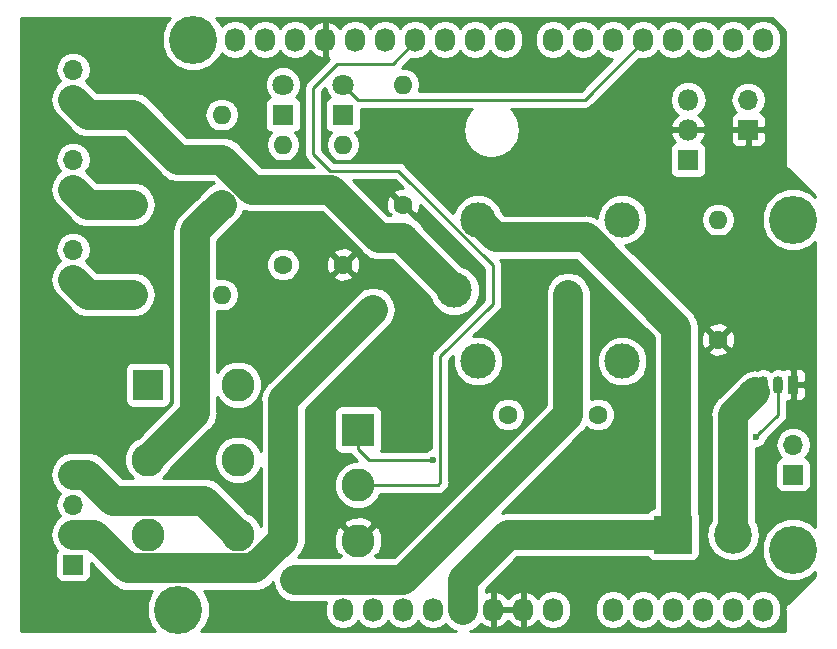
<source format=gbr>
G04 #@! TF.GenerationSoftware,KiCad,Pcbnew,(5.0.2)-1*
G04 #@! TF.CreationDate,2019-02-18T20:30:17-05:00*
G04 #@! TF.ProjectId,PRIME-D,5052494d-452d-4442-9e6b-696361645f70,rev?*
G04 #@! TF.SameCoordinates,Original*
G04 #@! TF.FileFunction,Copper,L2,Bot*
G04 #@! TF.FilePolarity,Positive*
%FSLAX46Y46*%
G04 Gerber Fmt 4.6, Leading zero omitted, Abs format (unit mm)*
G04 Created by KiCad (PCBNEW (5.0.2)-1) date 2/18/2019 8:30:17 PM*
%MOMM*%
%LPD*%
G01*
G04 APERTURE LIST*
G04 #@! TA.AperFunction,ComponentPad*
%ADD10R,1.700000X1.700000*%
G04 #@! TD*
G04 #@! TA.AperFunction,ComponentPad*
%ADD11O,1.700000X1.700000*%
G04 #@! TD*
G04 #@! TA.AperFunction,ComponentPad*
%ADD12O,1.800000X1.800000*%
G04 #@! TD*
G04 #@! TA.AperFunction,ComponentPad*
%ADD13R,1.800000X1.800000*%
G04 #@! TD*
G04 #@! TA.AperFunction,ComponentPad*
%ADD14C,1.800000*%
G04 #@! TD*
G04 #@! TA.AperFunction,ComponentPad*
%ADD15O,1.727200X2.032000*%
G04 #@! TD*
G04 #@! TA.AperFunction,ComponentPad*
%ADD16C,4.064000*%
G04 #@! TD*
G04 #@! TA.AperFunction,ComponentPad*
%ADD17O,1.600000X1.600000*%
G04 #@! TD*
G04 #@! TA.AperFunction,ComponentPad*
%ADD18C,1.600000*%
G04 #@! TD*
G04 #@! TA.AperFunction,ComponentPad*
%ADD19C,3.000000*%
G04 #@! TD*
G04 #@! TA.AperFunction,ComponentPad*
%ADD20C,2.800000*%
G04 #@! TD*
G04 #@! TA.AperFunction,ComponentPad*
%ADD21R,2.800000X2.800000*%
G04 #@! TD*
G04 #@! TA.AperFunction,ComponentPad*
%ADD22R,2.600000X2.600000*%
G04 #@! TD*
G04 #@! TA.AperFunction,ComponentPad*
%ADD23R,0.900000X1.500000*%
G04 #@! TD*
G04 #@! TA.AperFunction,ComponentPad*
%ADD24O,0.900000X1.500000*%
G04 #@! TD*
G04 #@! TA.AperFunction,ComponentPad*
%ADD25O,3.200000X3.200000*%
G04 #@! TD*
G04 #@! TA.AperFunction,ComponentPad*
%ADD26R,3.200000X3.200000*%
G04 #@! TD*
G04 #@! TA.AperFunction,ViaPad*
%ADD27C,0.600000*%
G04 #@! TD*
G04 #@! TA.AperFunction,Conductor*
%ADD28C,0.254000*%
G04 #@! TD*
G04 #@! TA.AperFunction,Conductor*
%ADD29C,2.540000*%
G04 #@! TD*
G04 APERTURE END LIST*
D10*
G04 #@! TO.P,J10,1*
G04 #@! TO.N,/DropSignal_High*
X177038000Y-112395000D03*
D11*
G04 #@! TO.P,J10,2*
G04 #@! TO.N,/8*
X177038000Y-109855000D03*
G04 #@! TD*
D12*
G04 #@! TO.P,Q1,3*
G04 #@! TO.N,/CameraTrigger_Output*
X168148000Y-80645000D03*
G04 #@! TO.P,Q1,2*
G04 #@! TO.N,GND*
X168148000Y-83185000D03*
D13*
G04 #@! TO.P,Q1,1*
G04 #@! TO.N,/3(\002A\002A)*
X168148000Y-85725000D03*
G04 #@! TD*
G04 #@! TO.P,D1,1*
G04 #@! TO.N,Net-(D1-Pad1)*
X133858000Y-81915000D03*
D14*
G04 #@! TO.P,D1,2*
G04 #@! TO.N,/12(MISO)*
X133858000Y-79375000D03*
G04 #@! TD*
D15*
G04 #@! TO.P,P1,8*
G04 #@! TO.N,/BT2_V+*
X156718000Y-123825000D03*
G04 #@! TO.P,P1,7*
G04 #@! TO.N,GND*
X154178000Y-123825000D03*
G04 #@! TO.P,P1,6*
X151638000Y-123825000D03*
G04 #@! TO.P,P1,5*
G04 #@! TO.N,+5V*
X149098000Y-123825000D03*
G04 #@! TO.P,P1,4*
G04 #@! TO.N,N/C*
X146558000Y-123825000D03*
G04 #@! TO.P,P1,3*
X144018000Y-123825000D03*
G04 #@! TO.P,P1,2*
X141478000Y-123825000D03*
G04 #@! TO.P,P1,1*
X138938000Y-123825000D03*
G04 #@! TD*
G04 #@! TO.P,P2,6*
G04 #@! TO.N,N/C*
X174498000Y-123825000D03*
G04 #@! TO.P,P2,5*
X171958000Y-123825000D03*
G04 #@! TO.P,P2,4*
X169418000Y-123825000D03*
G04 #@! TO.P,P2,3*
X166878000Y-123825000D03*
G04 #@! TO.P,P2,2*
X164338000Y-123825000D03*
G04 #@! TO.P,P2,1*
X161798000Y-123825000D03*
G04 #@! TD*
G04 #@! TO.P,P3,10*
G04 #@! TO.N,/8*
X152654000Y-75565000D03*
G04 #@! TO.P,P3,9*
G04 #@! TO.N,N/C*
X150114000Y-75565000D03*
G04 #@! TO.P,P3,8*
X147574000Y-75565000D03*
G04 #@! TO.P,P3,7*
G04 #@! TO.N,/11(\002A\002A/MOSI)*
X145034000Y-75565000D03*
G04 #@! TO.P,P3,6*
G04 #@! TO.N,/12(MISO)*
X142494000Y-75565000D03*
G04 #@! TO.P,P3,5*
G04 #@! TO.N,N/C*
X139954000Y-75565000D03*
G04 #@! TO.P,P3,4*
G04 #@! TO.N,GND*
X137414000Y-75565000D03*
G04 #@! TO.P,P3,3*
G04 #@! TO.N,N/C*
X134874000Y-75565000D03*
G04 #@! TO.P,P3,2*
X132334000Y-75565000D03*
G04 #@! TO.P,P3,1*
X129794000Y-75565000D03*
G04 #@! TD*
G04 #@! TO.P,P4,8*
G04 #@! TO.N,N/C*
X174498000Y-75565000D03*
G04 #@! TO.P,P4,7*
X171958000Y-75565000D03*
G04 #@! TO.P,P4,6*
X169418000Y-75565000D03*
G04 #@! TO.P,P4,5*
G04 #@! TO.N,/3(\002A\002A)*
X166878000Y-75565000D03*
G04 #@! TO.P,P4,4*
G04 #@! TO.N,/4*
X164338000Y-75565000D03*
G04 #@! TO.P,P4,3*
G04 #@! TO.N,N/C*
X161798000Y-75565000D03*
G04 #@! TO.P,P4,2*
X159258000Y-75565000D03*
G04 #@! TO.P,P4,1*
X156718000Y-75565000D03*
G04 #@! TD*
D16*
G04 #@! TO.P,P5,1*
G04 #@! TO.N,N/C*
X124968000Y-123825000D03*
G04 #@! TD*
G04 #@! TO.P,P6,1*
G04 #@! TO.N,N/C*
X177038000Y-118745000D03*
G04 #@! TD*
G04 #@! TO.P,P7,1*
G04 #@! TO.N,N/C*
X126238000Y-75565000D03*
G04 #@! TD*
G04 #@! TO.P,P8,1*
G04 #@! TO.N,N/C*
X177038000Y-90805000D03*
G04 #@! TD*
D17*
G04 #@! TO.P,C1,2*
G04 #@! TO.N,/BT1_V-*
X128658000Y-97155000D03*
D18*
G04 #@! TO.P,C1,1*
G04 #@! TO.N,/BT1_V+*
X121158000Y-97155000D03*
G04 #@! TD*
G04 #@! TO.P,C2,1*
G04 #@! TO.N,/BT2_V+*
X121158000Y-89535000D03*
D17*
G04 #@! TO.P,C2,2*
G04 #@! TO.N,/BT2_V-*
X128658000Y-89535000D03*
G04 #@! TD*
G04 #@! TO.P,C3,2*
G04 #@! TO.N,/BT3_V-*
X128658000Y-81915000D03*
D18*
G04 #@! TO.P,C3,1*
G04 #@! TO.N,/BT3_V+*
X121158000Y-81915000D03*
G04 #@! TD*
D10*
G04 #@! TO.P,J3,1*
G04 #@! TO.N,/SOLENOID+*
X116078000Y-120015000D03*
D11*
G04 #@! TO.P,J3,2*
G04 #@! TO.N,/BT3_V-*
X116078000Y-117475000D03*
G04 #@! TO.P,J3,3*
G04 #@! TO.N,/BT1_V+*
X116078000Y-114935000D03*
G04 #@! TO.P,J3,4*
G04 #@! TO.N,/LEDStrip_V-*
X116078000Y-112395000D03*
G04 #@! TD*
D10*
G04 #@! TO.P,J6,1*
G04 #@! TO.N,/BT1_V+*
X116078000Y-95885000D03*
D11*
G04 #@! TO.P,J6,2*
G04 #@! TO.N,/BT1_V-*
X116078000Y-93345000D03*
G04 #@! TD*
G04 #@! TO.P,J7,2*
G04 #@! TO.N,/BT2_V-*
X116078000Y-85725000D03*
D10*
G04 #@! TO.P,J7,1*
G04 #@! TO.N,/BT2_V+*
X116078000Y-88265000D03*
G04 #@! TD*
G04 #@! TO.P,J8,1*
G04 #@! TO.N,/BT3_V+*
X116078000Y-80645000D03*
D11*
G04 #@! TO.P,J8,2*
G04 #@! TO.N,/BT3_V-*
X116078000Y-78105000D03*
G04 #@! TD*
D18*
G04 #@! TO.P,R1,1*
G04 #@! TO.N,GND*
X170688000Y-100965000D03*
D17*
G04 #@! TO.P,R1,2*
G04 #@! TO.N,/3(\002A\002A)*
X170688000Y-90805000D03*
G04 #@! TD*
D18*
G04 #@! TO.P,R2,1*
G04 #@! TO.N,GND*
X144018000Y-89535000D03*
D17*
G04 #@! TO.P,R2,2*
G04 #@! TO.N,/8*
X144018000Y-79375000D03*
G04 #@! TD*
G04 #@! TO.P,R3,2*
G04 #@! TO.N,Net-(D1-Pad1)*
X133858000Y-84455000D03*
D18*
G04 #@! TO.P,R3,1*
G04 #@! TO.N,Net-(Q2-Pad2)*
X133858000Y-94615000D03*
G04 #@! TD*
G04 #@! TO.P,R4,1*
G04 #@! TO.N,GND*
X138938000Y-94615000D03*
D17*
G04 #@! TO.P,R4,2*
G04 #@! TO.N,Net-(D3-Pad1)*
X138938000Y-84455000D03*
G04 #@! TD*
D11*
G04 #@! TO.P,J9,2*
G04 #@! TO.N,/CameraTrigger_Output*
X173228000Y-80645000D03*
D10*
G04 #@! TO.P,J9,1*
G04 #@! TO.N,GND*
X173228000Y-83185000D03*
G04 #@! TD*
D19*
G04 #@! TO.P,K1,4*
G04 #@! TO.N,/BT3_V+*
X148368000Y-96805000D03*
G04 #@! TO.P,K1,2*
G04 #@! TO.N,N/C*
X162568000Y-102805000D03*
G04 #@! TO.P,K1,5*
G04 #@! TO.N,Net-(D2-Pad2)*
X150368000Y-102805000D03*
G04 #@! TO.P,K1,3*
G04 #@! TO.N,/SOLENOID+*
X162568000Y-90805000D03*
G04 #@! TO.P,K1,1*
G04 #@! TO.N,+5V*
X150368000Y-90805000D03*
G04 #@! TD*
D17*
G04 #@! TO.P,R5,2*
G04 #@! TO.N,+5V*
X160528000Y-117475000D03*
D18*
G04 #@! TO.P,R5,1*
G04 #@! TO.N,Net-(J1-Pad1)*
X160528000Y-107315000D03*
G04 #@! TD*
G04 #@! TO.P,R6,1*
G04 #@! TO.N,Net-(J2-Pad1)*
X152908000Y-107315000D03*
D17*
G04 #@! TO.P,R6,2*
G04 #@! TO.N,+5V*
X152908000Y-117475000D03*
G04 #@! TD*
D20*
G04 #@! TO.P,SW1,3*
G04 #@! TO.N,GND*
X140208000Y-117985000D03*
G04 #@! TO.P,SW1,2*
G04 #@! TO.N,/11(\002A\002A/MOSI)*
X140208000Y-113285000D03*
D21*
G04 #@! TO.P,SW1,1*
G04 #@! TO.N,Net-(J2-Pad2)*
X140208000Y-108585000D03*
G04 #@! TD*
D20*
G04 #@! TO.P,SW2,6*
G04 #@! TO.N,/LEDStrip_V-*
X130048000Y-117475000D03*
G04 #@! TO.P,SW2,3*
G04 #@! TO.N,GND*
X122428000Y-117475000D03*
G04 #@! TO.P,SW2,5*
G04 #@! TO.N,/BT1_V-*
X130048000Y-111125000D03*
G04 #@! TO.P,SW2,2*
G04 #@! TO.N,/BT2_V-*
X122428000Y-111125000D03*
G04 #@! TO.P,SW2,4*
G04 #@! TO.N,N/C*
X130048000Y-104775000D03*
D22*
G04 #@! TO.P,SW2,1*
X122428000Y-104775000D03*
G04 #@! TD*
D23*
G04 #@! TO.P,Q2,1*
G04 #@! TO.N,GND*
X177038000Y-104775000D03*
D24*
G04 #@! TO.P,Q2,3*
G04 #@! TO.N,Net-(D2-Pad2)*
X174498000Y-104775000D03*
G04 #@! TO.P,Q2,2*
G04 #@! TO.N,Net-(Q2-Pad2)*
X175768000Y-104775000D03*
G04 #@! TD*
D25*
G04 #@! TO.P,D2,2*
G04 #@! TO.N,Net-(D2-Pad2)*
X171958000Y-117475000D03*
D26*
G04 #@! TO.P,D2,1*
G04 #@! TO.N,+5V*
X166878000Y-117475000D03*
G04 #@! TD*
D14*
G04 #@! TO.P,D3,2*
G04 #@! TO.N,/4*
X138938000Y-79375000D03*
D13*
G04 #@! TO.P,D3,1*
G04 #@! TO.N,Net-(D3-Pad1)*
X138938000Y-81915000D03*
G04 #@! TD*
D27*
G04 #@! TO.N,Net-(D2-Pad2)*
X171958000Y-107315000D03*
G04 #@! TO.N,Net-(Q2-Pad2)*
X173863000Y-109220000D03*
G04 #@! TO.N,/BT3_V-*
X141477996Y-98425000D03*
G04 #@! TO.N,GND*
X133350000Y-124333000D03*
G04 #@! TO.N,Net-(J2-Pad2)*
X146558000Y-111125000D03*
G04 #@! TO.N,/SOLENOID+*
X157988000Y-97155000D03*
X134873998Y-121285000D03*
G04 #@! TD*
D28*
G04 #@! TO.N,/4*
X164338000Y-75717400D02*
X164338000Y-75565000D01*
X159410400Y-80645000D02*
X164338000Y-75717400D01*
X140208000Y-80645000D02*
X159410400Y-80645000D01*
X138938000Y-79375000D02*
X140208000Y-80645000D01*
G04 #@! TO.N,/11(\002A\002A/MOSI)*
X145034000Y-75717400D02*
X145034000Y-75565000D01*
X143154400Y-77597000D02*
X145034000Y-75717400D01*
X138430000Y-77597000D02*
X143154400Y-77597000D01*
X136398000Y-85217000D02*
X136398000Y-79629000D01*
X136398000Y-79629000D02*
X138430000Y-77597000D01*
X137848990Y-86667990D02*
X136398000Y-85217000D01*
X143625590Y-86667990D02*
X137848990Y-86667990D01*
X146938000Y-113285000D02*
X147185001Y-113037999D01*
X140208000Y-113285000D02*
X146938000Y-113285000D01*
X147185001Y-113037999D02*
X147185001Y-102369999D01*
X147185001Y-102369999D02*
X151638000Y-97917000D01*
X151638000Y-97917000D02*
X151638000Y-94680400D01*
X151638000Y-94680400D02*
X143625590Y-86667990D01*
D29*
G04 #@! TO.N,/BT2_V+*
X117348000Y-89535000D02*
X116078000Y-88265000D01*
X121158000Y-89535000D02*
X117348000Y-89535000D01*
G04 #@! TO.N,/BT2_V-*
X127858001Y-90334999D02*
X128658000Y-89535000D01*
X126387999Y-91805001D02*
X127858001Y-90334999D01*
X126387999Y-107165001D02*
X126387999Y-91805001D01*
X122428000Y-111125000D02*
X126387999Y-107165001D01*
G04 #@! TO.N,Net-(D2-Pad2)*
X171958000Y-107315000D02*
X173847990Y-105425010D01*
X171958000Y-117475000D02*
X171958000Y-107315000D01*
D28*
G04 #@! TO.N,Net-(Q2-Pad2)*
X175768000Y-104775000D02*
X175768000Y-107315000D01*
X174162999Y-108920001D02*
X173863000Y-109220000D01*
X175768000Y-107315000D02*
X174162999Y-108920001D01*
D29*
G04 #@! TO.N,/BT1_V+*
X117348000Y-97155000D02*
X116078000Y-95885000D01*
X121158000Y-97155000D02*
X117348000Y-97155000D01*
G04 #@! TO.N,/BT3_V-*
X133858000Y-106044996D02*
X141477996Y-98425000D01*
X133858000Y-117912602D02*
X133858000Y-106044996D01*
X131425601Y-120345001D02*
X133858000Y-117912602D01*
X126670963Y-120345001D02*
X131425601Y-120345001D01*
X117856000Y-117475000D02*
X120726001Y-120345001D01*
X116078000Y-117475000D02*
X117856000Y-117475000D01*
X120726001Y-120345001D02*
X123265037Y-120345001D01*
X123265037Y-120345001D02*
X123287039Y-120322999D01*
X123287039Y-120322999D02*
X126648961Y-120322999D01*
X126648961Y-120322999D02*
X126670963Y-120345001D01*
G04 #@! TO.N,/BT3_V+*
X117348000Y-81915000D02*
X116078000Y-80645000D01*
X121158000Y-81915000D02*
X117348000Y-81915000D01*
X146868001Y-95305001D02*
X148368000Y-96805000D01*
X144018000Y-92455000D02*
X146868001Y-95305001D01*
X144018000Y-92329000D02*
X144018000Y-92455000D01*
X121158000Y-81915000D02*
X124968000Y-85725000D01*
X128722958Y-85725000D02*
X131262958Y-88265000D01*
X131262958Y-88265000D02*
X137922000Y-88265000D01*
X124968000Y-85725000D02*
X128722958Y-85725000D01*
X137922000Y-88265000D02*
X141986000Y-92329000D01*
X141986000Y-92329000D02*
X144018000Y-92329000D01*
G04 #@! TO.N,+5V*
X160528000Y-117475000D02*
X152908000Y-117475000D01*
X149098000Y-121285000D02*
X152908000Y-117475000D01*
X149098000Y-123825000D02*
X149098000Y-121285000D01*
X160528000Y-117475000D02*
X166878000Y-117475000D01*
X151867999Y-92304999D02*
X150368000Y-90805000D01*
X159487999Y-92304999D02*
X151867999Y-92304999D01*
X167147999Y-99964999D02*
X159487999Y-92304999D01*
X166878000Y-117475000D02*
X167147999Y-117205001D01*
X167147999Y-117205001D02*
X167147999Y-99964999D01*
D28*
G04 #@! TO.N,Net-(J2-Pad2)*
X140208000Y-110239000D02*
X140208000Y-108585000D01*
X141094000Y-111125000D02*
X140208000Y-110239000D01*
X146558000Y-111125000D02*
X141094000Y-111125000D01*
D29*
G04 #@! TO.N,/SOLENOID+*
X157988000Y-107315000D02*
X144018000Y-121285000D01*
X144018000Y-121285000D02*
X135298262Y-121285000D01*
X135298262Y-121285000D02*
X134873998Y-121285000D01*
X157988000Y-97155000D02*
X157988000Y-107315000D01*
G04 #@! TO.N,/LEDStrip_V-*
X117280081Y-112395000D02*
X116078000Y-112395000D01*
X119490080Y-114604999D02*
X117280081Y-112395000D01*
X127177999Y-114604999D02*
X119490080Y-114604999D01*
X130048000Y-117475000D02*
X127177999Y-114604999D01*
G04 #@! TD*
D28*
G04 #@! TO.N,GND*
G36*
X123977026Y-74054266D02*
X123571000Y-75034501D01*
X123571000Y-76095499D01*
X123977026Y-77075734D01*
X124727266Y-77825974D01*
X125707501Y-78232000D01*
X126768499Y-78232000D01*
X127748734Y-77825974D01*
X128498974Y-77075734D01*
X128652156Y-76705918D01*
X128713570Y-76797830D01*
X129209276Y-77129050D01*
X129794000Y-77245359D01*
X130378725Y-77129050D01*
X130874430Y-76797830D01*
X131064000Y-76514119D01*
X131253570Y-76797830D01*
X131749276Y-77129050D01*
X132334000Y-77245359D01*
X132918725Y-77129050D01*
X133414430Y-76797830D01*
X133604000Y-76514119D01*
X133793570Y-76797830D01*
X134289276Y-77129050D01*
X134874000Y-77245359D01*
X135458725Y-77129050D01*
X135954430Y-76797830D01*
X136147909Y-76508267D01*
X136511964Y-76915732D01*
X137039209Y-77169709D01*
X137054974Y-77172358D01*
X137287000Y-77051217D01*
X137287000Y-75692000D01*
X137267000Y-75692000D01*
X137267000Y-75438000D01*
X137287000Y-75438000D01*
X137287000Y-74078783D01*
X137054974Y-73957642D01*
X137039209Y-73960291D01*
X136511964Y-74214268D01*
X136147910Y-74621732D01*
X135954430Y-74332170D01*
X135458724Y-74000950D01*
X134874000Y-73884641D01*
X134289275Y-74000950D01*
X133793570Y-74332170D01*
X133604000Y-74615881D01*
X133414430Y-74332170D01*
X132918724Y-74000950D01*
X132334000Y-73884641D01*
X131749275Y-74000950D01*
X131253570Y-74332170D01*
X131064000Y-74615881D01*
X130874430Y-74332170D01*
X130378724Y-74000950D01*
X129794000Y-73884641D01*
X129209275Y-74000950D01*
X128713570Y-74332170D01*
X128652156Y-74424082D01*
X128498974Y-74054266D01*
X128179708Y-73735000D01*
X175219910Y-73735000D01*
X176328001Y-74843092D01*
X176328000Y-85909076D01*
X176314091Y-85979000D01*
X176328000Y-86048924D01*
X176328000Y-86048925D01*
X176369195Y-86256027D01*
X176526119Y-86490880D01*
X176585402Y-86530492D01*
X178868001Y-88813092D01*
X178868001Y-88863293D01*
X178548734Y-88544026D01*
X177568499Y-88138000D01*
X176507501Y-88138000D01*
X175527266Y-88544026D01*
X174777026Y-89294266D01*
X174371000Y-90274501D01*
X174371000Y-91335499D01*
X174777026Y-92315734D01*
X175527266Y-93065974D01*
X176507501Y-93472000D01*
X177568499Y-93472000D01*
X178548734Y-93065974D01*
X178868001Y-92746707D01*
X178868000Y-116803292D01*
X178548734Y-116484026D01*
X177568499Y-116078000D01*
X176507501Y-116078000D01*
X175527266Y-116484026D01*
X174777026Y-117234266D01*
X174371000Y-118214501D01*
X174371000Y-119275499D01*
X174777026Y-120255734D01*
X175527266Y-121005974D01*
X176507501Y-121412000D01*
X177568499Y-121412000D01*
X178548734Y-121005974D01*
X178868000Y-120686708D01*
X178868000Y-120990909D01*
X176585402Y-123273508D01*
X176526120Y-123313119D01*
X176384544Y-123525002D01*
X176369196Y-123547972D01*
X176314091Y-123825000D01*
X176328001Y-123894929D01*
X176328000Y-125655000D01*
X149662676Y-125655000D01*
X149841293Y-125619471D01*
X150471428Y-125198428D01*
X150593291Y-125016047D01*
X150735964Y-125175732D01*
X151263209Y-125429709D01*
X151278974Y-125432358D01*
X151511000Y-125311217D01*
X151511000Y-123952000D01*
X151765000Y-123952000D01*
X151765000Y-125311217D01*
X151997026Y-125432358D01*
X152012791Y-125429709D01*
X152540036Y-125175732D01*
X152908000Y-124763892D01*
X153275964Y-125175732D01*
X153803209Y-125429709D01*
X153818974Y-125432358D01*
X154051000Y-125311217D01*
X154051000Y-123952000D01*
X151765000Y-123952000D01*
X151511000Y-123952000D01*
X151491000Y-123952000D01*
X151491000Y-123698000D01*
X151511000Y-123698000D01*
X151511000Y-122338783D01*
X151765000Y-122338783D01*
X151765000Y-123698000D01*
X154051000Y-123698000D01*
X154051000Y-122338783D01*
X154305000Y-122338783D01*
X154305000Y-123698000D01*
X154325000Y-123698000D01*
X154325000Y-123952000D01*
X154305000Y-123952000D01*
X154305000Y-125311217D01*
X154537026Y-125432358D01*
X154552791Y-125429709D01*
X155080036Y-125175732D01*
X155444090Y-124768268D01*
X155637570Y-125057830D01*
X156133276Y-125389050D01*
X156718000Y-125505359D01*
X157302725Y-125389050D01*
X157798430Y-125057830D01*
X158129650Y-124562124D01*
X158216600Y-124124997D01*
X158216600Y-123525003D01*
X160299400Y-123525003D01*
X160299400Y-124124998D01*
X160386350Y-124562125D01*
X160717570Y-125057830D01*
X161213276Y-125389050D01*
X161798000Y-125505359D01*
X162382725Y-125389050D01*
X162878430Y-125057830D01*
X163068000Y-124774119D01*
X163257570Y-125057830D01*
X163753276Y-125389050D01*
X164338000Y-125505359D01*
X164922725Y-125389050D01*
X165418430Y-125057830D01*
X165608000Y-124774119D01*
X165797570Y-125057830D01*
X166293276Y-125389050D01*
X166878000Y-125505359D01*
X167462725Y-125389050D01*
X167958430Y-125057830D01*
X168148000Y-124774119D01*
X168337570Y-125057830D01*
X168833276Y-125389050D01*
X169418000Y-125505359D01*
X170002725Y-125389050D01*
X170498430Y-125057830D01*
X170688000Y-124774119D01*
X170877570Y-125057830D01*
X171373276Y-125389050D01*
X171958000Y-125505359D01*
X172542725Y-125389050D01*
X173038430Y-125057830D01*
X173228000Y-124774119D01*
X173417570Y-125057830D01*
X173913276Y-125389050D01*
X174498000Y-125505359D01*
X175082725Y-125389050D01*
X175578430Y-125057830D01*
X175909650Y-124562124D01*
X175996600Y-124124997D01*
X175996600Y-123525002D01*
X175909650Y-123087875D01*
X175578430Y-122592170D01*
X175082724Y-122260950D01*
X174498000Y-122144641D01*
X173913275Y-122260950D01*
X173417570Y-122592170D01*
X173228000Y-122875881D01*
X173038430Y-122592170D01*
X172542724Y-122260950D01*
X171958000Y-122144641D01*
X171373275Y-122260950D01*
X170877570Y-122592170D01*
X170688000Y-122875881D01*
X170498430Y-122592170D01*
X170002724Y-122260950D01*
X169418000Y-122144641D01*
X168833275Y-122260950D01*
X168337570Y-122592170D01*
X168148000Y-122875881D01*
X167958430Y-122592170D01*
X167462724Y-122260950D01*
X166878000Y-122144641D01*
X166293275Y-122260950D01*
X165797570Y-122592170D01*
X165608000Y-122875881D01*
X165418430Y-122592170D01*
X164922724Y-122260950D01*
X164338000Y-122144641D01*
X163753275Y-122260950D01*
X163257570Y-122592170D01*
X163068000Y-122875881D01*
X162878430Y-122592170D01*
X162382724Y-122260950D01*
X161798000Y-122144641D01*
X161213275Y-122260950D01*
X160717570Y-122592170D01*
X160386350Y-123087876D01*
X160299400Y-123525003D01*
X158216600Y-123525003D01*
X158216600Y-123525002D01*
X158129650Y-123087875D01*
X157798430Y-122592170D01*
X157302724Y-122260950D01*
X156718000Y-122144641D01*
X156133275Y-122260950D01*
X155637570Y-122592170D01*
X155444091Y-122881733D01*
X155080036Y-122474268D01*
X154552791Y-122220291D01*
X154537026Y-122217642D01*
X154305000Y-122338783D01*
X154051000Y-122338783D01*
X153818974Y-122217642D01*
X153803209Y-122220291D01*
X153275964Y-122474268D01*
X152908000Y-122886108D01*
X152540036Y-122474268D01*
X152012791Y-122220291D01*
X151997026Y-122217642D01*
X151765000Y-122338783D01*
X151511000Y-122338783D01*
X151278974Y-122217642D01*
X151263209Y-122220291D01*
X151003000Y-122345635D01*
X151003000Y-122074076D01*
X153697077Y-119380000D01*
X164718087Y-119380000D01*
X164820191Y-119532809D01*
X165030235Y-119673157D01*
X165278000Y-119722440D01*
X168478000Y-119722440D01*
X168725765Y-119673157D01*
X168935809Y-119532809D01*
X169076157Y-119322765D01*
X169125440Y-119075000D01*
X169125440Y-117475000D01*
X169679214Y-117475000D01*
X169852676Y-118347054D01*
X170346655Y-119086345D01*
X171085946Y-119580324D01*
X171737872Y-119710000D01*
X172178128Y-119710000D01*
X172830054Y-119580324D01*
X173569345Y-119086345D01*
X174063324Y-118347054D01*
X174236786Y-117475000D01*
X174063324Y-116602946D01*
X173863000Y-116303140D01*
X173863000Y-110155000D01*
X174048983Y-110155000D01*
X174392635Y-110012655D01*
X174550290Y-109855000D01*
X175523908Y-109855000D01*
X175639161Y-110434418D01*
X175967375Y-110925625D01*
X175985619Y-110937816D01*
X175940235Y-110946843D01*
X175730191Y-111087191D01*
X175589843Y-111297235D01*
X175540560Y-111545000D01*
X175540560Y-113245000D01*
X175589843Y-113492765D01*
X175730191Y-113702809D01*
X175940235Y-113843157D01*
X176188000Y-113892440D01*
X177888000Y-113892440D01*
X178135765Y-113843157D01*
X178345809Y-113702809D01*
X178486157Y-113492765D01*
X178535440Y-113245000D01*
X178535440Y-111545000D01*
X178486157Y-111297235D01*
X178345809Y-111087191D01*
X178135765Y-110946843D01*
X178090381Y-110937816D01*
X178108625Y-110925625D01*
X178436839Y-110434418D01*
X178552092Y-109855000D01*
X178436839Y-109275582D01*
X178108625Y-108784375D01*
X177617418Y-108456161D01*
X177184256Y-108370000D01*
X176891744Y-108370000D01*
X176458582Y-108456161D01*
X175967375Y-108784375D01*
X175639161Y-109275582D01*
X175523908Y-109855000D01*
X174550290Y-109855000D01*
X174655655Y-109749635D01*
X174798000Y-109405983D01*
X174798000Y-109362630D01*
X176253749Y-107906882D01*
X176317371Y-107864371D01*
X176485788Y-107612317D01*
X176530000Y-107390048D01*
X176530000Y-107390044D01*
X176544927Y-107315001D01*
X176530000Y-107239958D01*
X176530000Y-106160000D01*
X176752250Y-106160000D01*
X176911000Y-106001250D01*
X176911000Y-104902000D01*
X177165000Y-104902000D01*
X177165000Y-106001250D01*
X177323750Y-106160000D01*
X177614309Y-106160000D01*
X177847698Y-106063327D01*
X178026327Y-105884699D01*
X178123000Y-105651310D01*
X178123000Y-105060750D01*
X177964250Y-104902000D01*
X177165000Y-104902000D01*
X176911000Y-104902000D01*
X176891000Y-104902000D01*
X176891000Y-104648000D01*
X176911000Y-104648000D01*
X176911000Y-103548750D01*
X177165000Y-103548750D01*
X177165000Y-104648000D01*
X177964250Y-104648000D01*
X178123000Y-104489250D01*
X178123000Y-103898690D01*
X178026327Y-103665301D01*
X177847698Y-103486673D01*
X177614309Y-103390000D01*
X177323750Y-103390000D01*
X177165000Y-103548750D01*
X176911000Y-103548750D01*
X176752250Y-103390000D01*
X176461691Y-103390000D01*
X176236641Y-103483219D01*
X176191345Y-103452953D01*
X175768000Y-103368744D01*
X175344654Y-103452953D01*
X175133000Y-103594376D01*
X174921345Y-103452953D01*
X174498000Y-103368744D01*
X174074654Y-103452953D01*
X173988362Y-103510612D01*
X173847989Y-103482690D01*
X173104695Y-103630540D01*
X172633622Y-103945301D01*
X170743633Y-105835291D01*
X170584573Y-105941572D01*
X170478293Y-106100631D01*
X170478290Y-106100634D01*
X170163530Y-106571706D01*
X170015680Y-107315000D01*
X170053001Y-107502626D01*
X170053000Y-116303140D01*
X169852676Y-116602946D01*
X169679214Y-117475000D01*
X169125440Y-117475000D01*
X169125440Y-115875000D01*
X169076157Y-115627235D01*
X169052999Y-115592577D01*
X169052999Y-101972745D01*
X169859861Y-101972745D01*
X169933995Y-102218864D01*
X170471223Y-102411965D01*
X171041454Y-102384778D01*
X171442005Y-102218864D01*
X171516139Y-101972745D01*
X170688000Y-101144605D01*
X169859861Y-101972745D01*
X169052999Y-101972745D01*
X169052999Y-100748223D01*
X169241035Y-100748223D01*
X169268222Y-101318454D01*
X169434136Y-101719005D01*
X169680255Y-101793139D01*
X170508395Y-100965000D01*
X170867605Y-100965000D01*
X171695745Y-101793139D01*
X171941864Y-101719005D01*
X172134965Y-101181777D01*
X172107778Y-100611546D01*
X171941864Y-100210995D01*
X171695745Y-100136861D01*
X170867605Y-100965000D01*
X170508395Y-100965000D01*
X169680255Y-100136861D01*
X169434136Y-100210995D01*
X169241035Y-100748223D01*
X169052999Y-100748223D01*
X169052999Y-100152620D01*
X169090319Y-99964999D01*
X169088779Y-99957255D01*
X169859861Y-99957255D01*
X170688000Y-100785395D01*
X171516139Y-99957255D01*
X171442005Y-99711136D01*
X170904777Y-99518035D01*
X170334546Y-99545222D01*
X169933995Y-99711136D01*
X169859861Y-99957255D01*
X169088779Y-99957255D01*
X169052999Y-99777378D01*
X169052999Y-99777373D01*
X168942470Y-99221705D01*
X168760568Y-98949470D01*
X168627709Y-98750632D01*
X168627707Y-98750630D01*
X168521427Y-98591571D01*
X168362368Y-98485291D01*
X162817076Y-92940000D01*
X162992678Y-92940000D01*
X163777380Y-92614966D01*
X164377966Y-92014380D01*
X164703000Y-91229678D01*
X164703000Y-90805000D01*
X169224887Y-90805000D01*
X169336260Y-91364909D01*
X169653423Y-91839577D01*
X170128091Y-92156740D01*
X170546667Y-92240000D01*
X170829333Y-92240000D01*
X171247909Y-92156740D01*
X171722577Y-91839577D01*
X172039740Y-91364909D01*
X172151113Y-90805000D01*
X172039740Y-90245091D01*
X171722577Y-89770423D01*
X171247909Y-89453260D01*
X170829333Y-89370000D01*
X170546667Y-89370000D01*
X170128091Y-89453260D01*
X169653423Y-89770423D01*
X169336260Y-90245091D01*
X169224887Y-90805000D01*
X164703000Y-90805000D01*
X164703000Y-90380322D01*
X164377966Y-89595620D01*
X163777380Y-88995034D01*
X162992678Y-88670000D01*
X162143322Y-88670000D01*
X161358620Y-88995034D01*
X160758034Y-89595620D01*
X160433000Y-90380322D01*
X160433000Y-90645305D01*
X160231293Y-90510528D01*
X159675625Y-90399999D01*
X159675620Y-90399999D01*
X159487999Y-90362679D01*
X159300378Y-90399999D01*
X152657076Y-90399999D01*
X152407966Y-90150890D01*
X152177966Y-89595620D01*
X151577380Y-88995034D01*
X150792678Y-88670000D01*
X149943322Y-88670000D01*
X149158620Y-88995034D01*
X148558034Y-89595620D01*
X148286468Y-90251238D01*
X144217473Y-86182243D01*
X144174961Y-86118619D01*
X143922907Y-85950202D01*
X143700638Y-85905990D01*
X143700633Y-85905990D01*
X143625590Y-85891063D01*
X143550547Y-85905990D01*
X138164621Y-85905990D01*
X137160000Y-84901370D01*
X137160000Y-79944630D01*
X137409239Y-79695392D01*
X137636690Y-80244507D01*
X137805908Y-80413725D01*
X137790235Y-80416843D01*
X137580191Y-80557191D01*
X137439843Y-80767235D01*
X137390560Y-81015000D01*
X137390560Y-82815000D01*
X137439843Y-83062765D01*
X137580191Y-83272809D01*
X137790235Y-83413157D01*
X137894430Y-83433882D01*
X137586260Y-83895091D01*
X137474887Y-84455000D01*
X137586260Y-85014909D01*
X137903423Y-85489577D01*
X138378091Y-85806740D01*
X138796667Y-85890000D01*
X139079333Y-85890000D01*
X139497909Y-85806740D01*
X139972577Y-85489577D01*
X140289740Y-85014909D01*
X140401113Y-84455000D01*
X140289740Y-83895091D01*
X139981570Y-83433882D01*
X140085765Y-83413157D01*
X140295809Y-83272809D01*
X140436157Y-83062765D01*
X140485440Y-82815000D01*
X140485440Y-81407000D01*
X149856079Y-81407000D01*
X149768511Y-81465511D01*
X149241380Y-82254420D01*
X149056276Y-83185000D01*
X149241380Y-84115580D01*
X149768511Y-84904489D01*
X150557420Y-85431620D01*
X151253103Y-85570000D01*
X151722897Y-85570000D01*
X152418580Y-85431620D01*
X153207489Y-84904489D01*
X153260601Y-84825000D01*
X166600560Y-84825000D01*
X166600560Y-86625000D01*
X166649843Y-86872765D01*
X166790191Y-87082809D01*
X167000235Y-87223157D01*
X167248000Y-87272440D01*
X169048000Y-87272440D01*
X169295765Y-87223157D01*
X169505809Y-87082809D01*
X169646157Y-86872765D01*
X169695440Y-86625000D01*
X169695440Y-84825000D01*
X169646157Y-84577235D01*
X169505809Y-84367191D01*
X169295765Y-84226843D01*
X169249502Y-84217641D01*
X169385966Y-84092576D01*
X169639046Y-83549742D01*
X169599159Y-83470750D01*
X171743000Y-83470750D01*
X171743000Y-84161310D01*
X171839673Y-84394699D01*
X172018302Y-84573327D01*
X172251691Y-84670000D01*
X172942250Y-84670000D01*
X173101000Y-84511250D01*
X173101000Y-83312000D01*
X173355000Y-83312000D01*
X173355000Y-84511250D01*
X173513750Y-84670000D01*
X174204309Y-84670000D01*
X174437698Y-84573327D01*
X174616327Y-84394699D01*
X174713000Y-84161310D01*
X174713000Y-83470750D01*
X174554250Y-83312000D01*
X173355000Y-83312000D01*
X173101000Y-83312000D01*
X171901750Y-83312000D01*
X171743000Y-83470750D01*
X169599159Y-83470750D01*
X169518997Y-83312000D01*
X168275000Y-83312000D01*
X168275000Y-83332000D01*
X168021000Y-83332000D01*
X168021000Y-83312000D01*
X166777003Y-83312000D01*
X166656954Y-83549742D01*
X166910034Y-84092576D01*
X167046498Y-84217641D01*
X167000235Y-84226843D01*
X166790191Y-84367191D01*
X166649843Y-84577235D01*
X166600560Y-84825000D01*
X153260601Y-84825000D01*
X153734620Y-84115580D01*
X153919724Y-83185000D01*
X153734620Y-82254420D01*
X153207489Y-81465511D01*
X153119921Y-81407000D01*
X159335357Y-81407000D01*
X159410400Y-81421927D01*
X159485443Y-81407000D01*
X159485448Y-81407000D01*
X159707717Y-81362788D01*
X159959771Y-81194371D01*
X160002283Y-81130747D01*
X160488030Y-80645000D01*
X166582928Y-80645000D01*
X166702062Y-81243927D01*
X167041327Y-81751673D01*
X167297174Y-81922624D01*
X166910034Y-82277424D01*
X166656954Y-82820258D01*
X166777003Y-83058000D01*
X168021000Y-83058000D01*
X168021000Y-83038000D01*
X168275000Y-83038000D01*
X168275000Y-83058000D01*
X169518997Y-83058000D01*
X169639046Y-82820258D01*
X169385966Y-82277424D01*
X168998826Y-81922624D01*
X169254673Y-81751673D01*
X169593938Y-81243927D01*
X169713072Y-80645000D01*
X171713908Y-80645000D01*
X171829161Y-81224418D01*
X172157375Y-81715625D01*
X172179033Y-81730096D01*
X172018302Y-81796673D01*
X171839673Y-81975301D01*
X171743000Y-82208690D01*
X171743000Y-82899250D01*
X171901750Y-83058000D01*
X173101000Y-83058000D01*
X173101000Y-83038000D01*
X173355000Y-83038000D01*
X173355000Y-83058000D01*
X174554250Y-83058000D01*
X174713000Y-82899250D01*
X174713000Y-82208690D01*
X174616327Y-81975301D01*
X174437698Y-81796673D01*
X174276967Y-81730096D01*
X174298625Y-81715625D01*
X174626839Y-81224418D01*
X174742092Y-80645000D01*
X174626839Y-80065582D01*
X174298625Y-79574375D01*
X173807418Y-79246161D01*
X173374256Y-79160000D01*
X173081744Y-79160000D01*
X172648582Y-79246161D01*
X172157375Y-79574375D01*
X171829161Y-80065582D01*
X171713908Y-80645000D01*
X169713072Y-80645000D01*
X169593938Y-80046073D01*
X169254673Y-79538327D01*
X168746927Y-79199062D01*
X168299182Y-79110000D01*
X167996818Y-79110000D01*
X167549073Y-79199062D01*
X167041327Y-79538327D01*
X166702062Y-80046073D01*
X166582928Y-80645000D01*
X160488030Y-80645000D01*
X163962386Y-77170645D01*
X164338000Y-77245359D01*
X164922725Y-77129050D01*
X165418430Y-76797830D01*
X165608000Y-76514119D01*
X165797570Y-76797830D01*
X166293276Y-77129050D01*
X166878000Y-77245359D01*
X167462725Y-77129050D01*
X167958430Y-76797830D01*
X168148000Y-76514119D01*
X168337570Y-76797830D01*
X168833276Y-77129050D01*
X169418000Y-77245359D01*
X170002725Y-77129050D01*
X170498430Y-76797830D01*
X170688000Y-76514119D01*
X170877570Y-76797830D01*
X171373276Y-77129050D01*
X171958000Y-77245359D01*
X172542725Y-77129050D01*
X173038430Y-76797830D01*
X173228000Y-76514119D01*
X173417570Y-76797830D01*
X173913276Y-77129050D01*
X174498000Y-77245359D01*
X175082725Y-77129050D01*
X175578430Y-76797830D01*
X175909650Y-76302124D01*
X175996600Y-75864997D01*
X175996600Y-75265002D01*
X175909650Y-74827875D01*
X175578430Y-74332170D01*
X175082724Y-74000950D01*
X174498000Y-73884641D01*
X173913275Y-74000950D01*
X173417570Y-74332170D01*
X173228000Y-74615881D01*
X173038430Y-74332170D01*
X172542724Y-74000950D01*
X171958000Y-73884641D01*
X171373275Y-74000950D01*
X170877570Y-74332170D01*
X170688000Y-74615881D01*
X170498430Y-74332170D01*
X170002724Y-74000950D01*
X169418000Y-73884641D01*
X168833275Y-74000950D01*
X168337570Y-74332170D01*
X168148000Y-74615881D01*
X167958430Y-74332170D01*
X167462724Y-74000950D01*
X166878000Y-73884641D01*
X166293275Y-74000950D01*
X165797570Y-74332170D01*
X165608000Y-74615881D01*
X165418430Y-74332170D01*
X164922724Y-74000950D01*
X164338000Y-73884641D01*
X163753275Y-74000950D01*
X163257570Y-74332170D01*
X163068000Y-74615881D01*
X162878430Y-74332170D01*
X162382724Y-74000950D01*
X161798000Y-73884641D01*
X161213275Y-74000950D01*
X160717570Y-74332170D01*
X160528000Y-74615881D01*
X160338430Y-74332170D01*
X159842724Y-74000950D01*
X159258000Y-73884641D01*
X158673275Y-74000950D01*
X158177570Y-74332170D01*
X157988000Y-74615881D01*
X157798430Y-74332170D01*
X157302724Y-74000950D01*
X156718000Y-73884641D01*
X156133275Y-74000950D01*
X155637570Y-74332170D01*
X155306350Y-74827876D01*
X155219400Y-75265003D01*
X155219400Y-75864998D01*
X155306350Y-76302125D01*
X155637570Y-76797830D01*
X156133276Y-77129050D01*
X156718000Y-77245359D01*
X157302725Y-77129050D01*
X157798430Y-76797830D01*
X157988000Y-76514119D01*
X158177570Y-76797830D01*
X158673276Y-77129050D01*
X159258000Y-77245359D01*
X159842725Y-77129050D01*
X160338430Y-76797830D01*
X160528000Y-76514119D01*
X160717570Y-76797830D01*
X161213276Y-77129050D01*
X161743292Y-77234477D01*
X159094770Y-79883000D01*
X145380065Y-79883000D01*
X145481113Y-79375000D01*
X145369740Y-78815091D01*
X145052577Y-78340423D01*
X144577909Y-78023260D01*
X144159333Y-77940000D01*
X143889030Y-77940000D01*
X144658386Y-77170645D01*
X145034000Y-77245359D01*
X145618725Y-77129050D01*
X146114430Y-76797830D01*
X146304000Y-76514119D01*
X146493570Y-76797830D01*
X146989276Y-77129050D01*
X147574000Y-77245359D01*
X148158725Y-77129050D01*
X148654430Y-76797830D01*
X148844000Y-76514119D01*
X149033570Y-76797830D01*
X149529276Y-77129050D01*
X150114000Y-77245359D01*
X150698725Y-77129050D01*
X151194430Y-76797830D01*
X151384000Y-76514119D01*
X151573570Y-76797830D01*
X152069276Y-77129050D01*
X152654000Y-77245359D01*
X153238725Y-77129050D01*
X153734430Y-76797830D01*
X154065650Y-76302124D01*
X154152600Y-75864997D01*
X154152600Y-75265002D01*
X154065650Y-74827875D01*
X153734430Y-74332170D01*
X153238724Y-74000950D01*
X152654000Y-73884641D01*
X152069275Y-74000950D01*
X151573570Y-74332170D01*
X151384000Y-74615881D01*
X151194430Y-74332170D01*
X150698724Y-74000950D01*
X150114000Y-73884641D01*
X149529275Y-74000950D01*
X149033570Y-74332170D01*
X148844000Y-74615881D01*
X148654430Y-74332170D01*
X148158724Y-74000950D01*
X147574000Y-73884641D01*
X146989275Y-74000950D01*
X146493570Y-74332170D01*
X146304000Y-74615881D01*
X146114430Y-74332170D01*
X145618724Y-74000950D01*
X145034000Y-73884641D01*
X144449275Y-74000950D01*
X143953570Y-74332170D01*
X143764000Y-74615881D01*
X143574430Y-74332170D01*
X143078724Y-74000950D01*
X142494000Y-73884641D01*
X141909275Y-74000950D01*
X141413570Y-74332170D01*
X141224000Y-74615881D01*
X141034430Y-74332170D01*
X140538724Y-74000950D01*
X139954000Y-73884641D01*
X139369275Y-74000950D01*
X138873570Y-74332170D01*
X138680091Y-74621733D01*
X138316036Y-74214268D01*
X137788791Y-73960291D01*
X137773026Y-73957642D01*
X137541000Y-74078783D01*
X137541000Y-75438000D01*
X137561000Y-75438000D01*
X137561000Y-75692000D01*
X137541000Y-75692000D01*
X137541000Y-77051217D01*
X137773026Y-77172358D01*
X137777816Y-77171553D01*
X135912251Y-79037119D01*
X135848630Y-79079629D01*
X135806119Y-79143251D01*
X135806118Y-79143252D01*
X135680213Y-79331683D01*
X135621073Y-79629000D01*
X135636001Y-79704048D01*
X135636000Y-85141957D01*
X135621073Y-85217000D01*
X135636000Y-85292043D01*
X135636000Y-85292047D01*
X135680212Y-85514316D01*
X135848629Y-85766371D01*
X135912253Y-85808883D01*
X136463370Y-86360000D01*
X132052035Y-86360000D01*
X130202667Y-84510633D01*
X130096386Y-84351572D01*
X129466252Y-83930529D01*
X128910584Y-83820000D01*
X128910579Y-83820000D01*
X128722958Y-83782680D01*
X128535337Y-83820000D01*
X125757077Y-83820000D01*
X123852077Y-81915000D01*
X127194887Y-81915000D01*
X127306260Y-82474909D01*
X127623423Y-82949577D01*
X128098091Y-83266740D01*
X128516667Y-83350000D01*
X128799333Y-83350000D01*
X129217909Y-83266740D01*
X129692577Y-82949577D01*
X130009740Y-82474909D01*
X130121113Y-81915000D01*
X130009740Y-81355091D01*
X129782499Y-81015000D01*
X132310560Y-81015000D01*
X132310560Y-82815000D01*
X132359843Y-83062765D01*
X132500191Y-83272809D01*
X132710235Y-83413157D01*
X132814430Y-83433882D01*
X132506260Y-83895091D01*
X132394887Y-84455000D01*
X132506260Y-85014909D01*
X132823423Y-85489577D01*
X133298091Y-85806740D01*
X133716667Y-85890000D01*
X133999333Y-85890000D01*
X134417909Y-85806740D01*
X134892577Y-85489577D01*
X135209740Y-85014909D01*
X135321113Y-84455000D01*
X135209740Y-83895091D01*
X134901570Y-83433882D01*
X135005765Y-83413157D01*
X135215809Y-83272809D01*
X135356157Y-83062765D01*
X135405440Y-82815000D01*
X135405440Y-81015000D01*
X135356157Y-80767235D01*
X135215809Y-80557191D01*
X135005765Y-80416843D01*
X134990092Y-80413725D01*
X135159310Y-80244507D01*
X135393000Y-79680330D01*
X135393000Y-79069670D01*
X135159310Y-78505493D01*
X134727507Y-78073690D01*
X134163330Y-77840000D01*
X133552670Y-77840000D01*
X132988493Y-78073690D01*
X132556690Y-78505493D01*
X132323000Y-79069670D01*
X132323000Y-79680330D01*
X132556690Y-80244507D01*
X132725908Y-80413725D01*
X132710235Y-80416843D01*
X132500191Y-80557191D01*
X132359843Y-80767235D01*
X132310560Y-81015000D01*
X129782499Y-81015000D01*
X129692577Y-80880423D01*
X129217909Y-80563260D01*
X128799333Y-80480000D01*
X128516667Y-80480000D01*
X128098091Y-80563260D01*
X127623423Y-80880423D01*
X127306260Y-81355091D01*
X127194887Y-81915000D01*
X123852077Y-81915000D01*
X122637709Y-80700633D01*
X122531428Y-80541572D01*
X121901294Y-80120529D01*
X121345626Y-80010000D01*
X121345621Y-80010000D01*
X121158000Y-79972680D01*
X120970379Y-80010000D01*
X118137076Y-80010000D01*
X117292366Y-79165290D01*
X117197766Y-79102080D01*
X117476839Y-78684418D01*
X117592092Y-78105000D01*
X117476839Y-77525582D01*
X117148625Y-77034375D01*
X116657418Y-76706161D01*
X116224256Y-76620000D01*
X115931744Y-76620000D01*
X115498582Y-76706161D01*
X115007375Y-77034375D01*
X114679161Y-77525582D01*
X114563908Y-78105000D01*
X114679161Y-78684418D01*
X114958234Y-79102080D01*
X114704572Y-79271572D01*
X114283530Y-79901706D01*
X114135680Y-80645000D01*
X114283530Y-81388294D01*
X114598290Y-81859366D01*
X115868290Y-83129366D01*
X115974572Y-83288428D01*
X116604706Y-83709471D01*
X117160374Y-83820000D01*
X117160378Y-83820000D01*
X117347999Y-83857320D01*
X117535620Y-83820000D01*
X120368924Y-83820000D01*
X123488292Y-86939369D01*
X123594572Y-87098428D01*
X123753631Y-87204708D01*
X123753633Y-87204710D01*
X124224705Y-87519471D01*
X124342928Y-87542987D01*
X124780374Y-87630000D01*
X124780378Y-87630000D01*
X124968000Y-87667320D01*
X125155622Y-87630000D01*
X127933882Y-87630000D01*
X128022892Y-87719010D01*
X127914705Y-87740530D01*
X127443633Y-88055291D01*
X126643637Y-88855287D01*
X126643634Y-88855289D01*
X125173631Y-90325293D01*
X125014572Y-90431573D01*
X124908292Y-90590632D01*
X124908289Y-90590635D01*
X124593529Y-91061707D01*
X124445679Y-91805001D01*
X124483000Y-91992627D01*
X124482999Y-106375924D01*
X121589114Y-109269809D01*
X121275265Y-109399810D01*
X120702810Y-109972265D01*
X120393000Y-110720213D01*
X120393000Y-111529787D01*
X120702810Y-112277735D01*
X121125074Y-112699999D01*
X120279157Y-112699999D01*
X118759791Y-111180634D01*
X118653509Y-111021572D01*
X118023375Y-110600529D01*
X117467707Y-110490000D01*
X117467702Y-110490000D01*
X117280081Y-110452680D01*
X117092460Y-110490000D01*
X115890374Y-110490000D01*
X115334706Y-110600529D01*
X114704572Y-111021572D01*
X114283529Y-111651706D01*
X114135679Y-112395000D01*
X114283529Y-113138294D01*
X114704572Y-113768428D01*
X114958234Y-113937920D01*
X114679161Y-114355582D01*
X114563908Y-114935000D01*
X114679161Y-115514418D01*
X114958234Y-115932080D01*
X114704572Y-116101572D01*
X114283529Y-116731706D01*
X114135679Y-117475000D01*
X114283529Y-118218294D01*
X114690195Y-118826912D01*
X114629843Y-118917235D01*
X114580560Y-119165000D01*
X114580560Y-120865000D01*
X114629843Y-121112765D01*
X114770191Y-121322809D01*
X114980235Y-121463157D01*
X115228000Y-121512440D01*
X116928000Y-121512440D01*
X117175765Y-121463157D01*
X117385809Y-121322809D01*
X117526157Y-121112765D01*
X117575440Y-120865000D01*
X117575440Y-119888516D01*
X119246293Y-121559370D01*
X119352573Y-121718429D01*
X119511632Y-121824709D01*
X119511633Y-121824710D01*
X119704837Y-121953805D01*
X119982707Y-122139472D01*
X120538375Y-122250001D01*
X120538379Y-122250001D01*
X120726000Y-122287321D01*
X120913621Y-122250001D01*
X122771291Y-122250001D01*
X122707026Y-122314266D01*
X122301000Y-123294501D01*
X122301000Y-124355499D01*
X122707026Y-125335734D01*
X123026292Y-125655000D01*
X111708000Y-125655000D01*
X111708000Y-103475000D01*
X120480560Y-103475000D01*
X120480560Y-106075000D01*
X120529843Y-106322765D01*
X120670191Y-106532809D01*
X120880235Y-106673157D01*
X121128000Y-106722440D01*
X123728000Y-106722440D01*
X123975765Y-106673157D01*
X124185809Y-106532809D01*
X124326157Y-106322765D01*
X124375440Y-106075000D01*
X124375440Y-103475000D01*
X124326157Y-103227235D01*
X124185809Y-103017191D01*
X123975765Y-102876843D01*
X123728000Y-102827560D01*
X121128000Y-102827560D01*
X120880235Y-102876843D01*
X120670191Y-103017191D01*
X120529843Y-103227235D01*
X120480560Y-103475000D01*
X111708000Y-103475000D01*
X111708000Y-95885000D01*
X114135680Y-95885000D01*
X114283530Y-96628294D01*
X114598290Y-97099366D01*
X115868290Y-98369366D01*
X115974572Y-98528428D01*
X116604706Y-98949471D01*
X117160374Y-99060000D01*
X117160378Y-99060000D01*
X117347999Y-99097320D01*
X117535620Y-99060000D01*
X121345626Y-99060000D01*
X121901294Y-98949471D01*
X122531428Y-98528428D01*
X122952471Y-97898294D01*
X123100321Y-97155000D01*
X122952471Y-96411706D01*
X122531428Y-95781572D01*
X121901294Y-95360529D01*
X121345626Y-95250000D01*
X118137076Y-95250000D01*
X117292366Y-94405290D01*
X117197766Y-94342080D01*
X117476839Y-93924418D01*
X117592092Y-93345000D01*
X117476839Y-92765582D01*
X117148625Y-92274375D01*
X116657418Y-91946161D01*
X116224256Y-91860000D01*
X115931744Y-91860000D01*
X115498582Y-91946161D01*
X115007375Y-92274375D01*
X114679161Y-92765582D01*
X114563908Y-93345000D01*
X114679161Y-93924418D01*
X114958234Y-94342080D01*
X114704572Y-94511572D01*
X114283530Y-95141706D01*
X114135680Y-95885000D01*
X111708000Y-95885000D01*
X111708000Y-88265000D01*
X114135680Y-88265000D01*
X114283530Y-89008294D01*
X114598290Y-89479366D01*
X115868290Y-90749366D01*
X115974572Y-90908428D01*
X116604706Y-91329471D01*
X117160374Y-91440000D01*
X117160378Y-91440000D01*
X117347999Y-91477320D01*
X117535620Y-91440000D01*
X121345626Y-91440000D01*
X121901294Y-91329471D01*
X122531428Y-90908428D01*
X122952471Y-90278294D01*
X123100321Y-89535000D01*
X122952471Y-88791706D01*
X122531428Y-88161572D01*
X121901294Y-87740529D01*
X121345626Y-87630000D01*
X118137076Y-87630000D01*
X117292366Y-86785290D01*
X117197766Y-86722080D01*
X117476839Y-86304418D01*
X117592092Y-85725000D01*
X117476839Y-85145582D01*
X117148625Y-84654375D01*
X116657418Y-84326161D01*
X116224256Y-84240000D01*
X115931744Y-84240000D01*
X115498582Y-84326161D01*
X115007375Y-84654375D01*
X114679161Y-85145582D01*
X114563908Y-85725000D01*
X114679161Y-86304418D01*
X114958234Y-86722080D01*
X114704572Y-86891572D01*
X114283530Y-87521706D01*
X114135680Y-88265000D01*
X111708000Y-88265000D01*
X111708000Y-73735000D01*
X124296292Y-73735000D01*
X123977026Y-74054266D01*
X123977026Y-74054266D01*
G37*
X123977026Y-74054266D02*
X123571000Y-75034501D01*
X123571000Y-76095499D01*
X123977026Y-77075734D01*
X124727266Y-77825974D01*
X125707501Y-78232000D01*
X126768499Y-78232000D01*
X127748734Y-77825974D01*
X128498974Y-77075734D01*
X128652156Y-76705918D01*
X128713570Y-76797830D01*
X129209276Y-77129050D01*
X129794000Y-77245359D01*
X130378725Y-77129050D01*
X130874430Y-76797830D01*
X131064000Y-76514119D01*
X131253570Y-76797830D01*
X131749276Y-77129050D01*
X132334000Y-77245359D01*
X132918725Y-77129050D01*
X133414430Y-76797830D01*
X133604000Y-76514119D01*
X133793570Y-76797830D01*
X134289276Y-77129050D01*
X134874000Y-77245359D01*
X135458725Y-77129050D01*
X135954430Y-76797830D01*
X136147909Y-76508267D01*
X136511964Y-76915732D01*
X137039209Y-77169709D01*
X137054974Y-77172358D01*
X137287000Y-77051217D01*
X137287000Y-75692000D01*
X137267000Y-75692000D01*
X137267000Y-75438000D01*
X137287000Y-75438000D01*
X137287000Y-74078783D01*
X137054974Y-73957642D01*
X137039209Y-73960291D01*
X136511964Y-74214268D01*
X136147910Y-74621732D01*
X135954430Y-74332170D01*
X135458724Y-74000950D01*
X134874000Y-73884641D01*
X134289275Y-74000950D01*
X133793570Y-74332170D01*
X133604000Y-74615881D01*
X133414430Y-74332170D01*
X132918724Y-74000950D01*
X132334000Y-73884641D01*
X131749275Y-74000950D01*
X131253570Y-74332170D01*
X131064000Y-74615881D01*
X130874430Y-74332170D01*
X130378724Y-74000950D01*
X129794000Y-73884641D01*
X129209275Y-74000950D01*
X128713570Y-74332170D01*
X128652156Y-74424082D01*
X128498974Y-74054266D01*
X128179708Y-73735000D01*
X175219910Y-73735000D01*
X176328001Y-74843092D01*
X176328000Y-85909076D01*
X176314091Y-85979000D01*
X176328000Y-86048924D01*
X176328000Y-86048925D01*
X176369195Y-86256027D01*
X176526119Y-86490880D01*
X176585402Y-86530492D01*
X178868001Y-88813092D01*
X178868001Y-88863293D01*
X178548734Y-88544026D01*
X177568499Y-88138000D01*
X176507501Y-88138000D01*
X175527266Y-88544026D01*
X174777026Y-89294266D01*
X174371000Y-90274501D01*
X174371000Y-91335499D01*
X174777026Y-92315734D01*
X175527266Y-93065974D01*
X176507501Y-93472000D01*
X177568499Y-93472000D01*
X178548734Y-93065974D01*
X178868001Y-92746707D01*
X178868000Y-116803292D01*
X178548734Y-116484026D01*
X177568499Y-116078000D01*
X176507501Y-116078000D01*
X175527266Y-116484026D01*
X174777026Y-117234266D01*
X174371000Y-118214501D01*
X174371000Y-119275499D01*
X174777026Y-120255734D01*
X175527266Y-121005974D01*
X176507501Y-121412000D01*
X177568499Y-121412000D01*
X178548734Y-121005974D01*
X178868000Y-120686708D01*
X178868000Y-120990909D01*
X176585402Y-123273508D01*
X176526120Y-123313119D01*
X176384544Y-123525002D01*
X176369196Y-123547972D01*
X176314091Y-123825000D01*
X176328001Y-123894929D01*
X176328000Y-125655000D01*
X149662676Y-125655000D01*
X149841293Y-125619471D01*
X150471428Y-125198428D01*
X150593291Y-125016047D01*
X150735964Y-125175732D01*
X151263209Y-125429709D01*
X151278974Y-125432358D01*
X151511000Y-125311217D01*
X151511000Y-123952000D01*
X151765000Y-123952000D01*
X151765000Y-125311217D01*
X151997026Y-125432358D01*
X152012791Y-125429709D01*
X152540036Y-125175732D01*
X152908000Y-124763892D01*
X153275964Y-125175732D01*
X153803209Y-125429709D01*
X153818974Y-125432358D01*
X154051000Y-125311217D01*
X154051000Y-123952000D01*
X151765000Y-123952000D01*
X151511000Y-123952000D01*
X151491000Y-123952000D01*
X151491000Y-123698000D01*
X151511000Y-123698000D01*
X151511000Y-122338783D01*
X151765000Y-122338783D01*
X151765000Y-123698000D01*
X154051000Y-123698000D01*
X154051000Y-122338783D01*
X154305000Y-122338783D01*
X154305000Y-123698000D01*
X154325000Y-123698000D01*
X154325000Y-123952000D01*
X154305000Y-123952000D01*
X154305000Y-125311217D01*
X154537026Y-125432358D01*
X154552791Y-125429709D01*
X155080036Y-125175732D01*
X155444090Y-124768268D01*
X155637570Y-125057830D01*
X156133276Y-125389050D01*
X156718000Y-125505359D01*
X157302725Y-125389050D01*
X157798430Y-125057830D01*
X158129650Y-124562124D01*
X158216600Y-124124997D01*
X158216600Y-123525003D01*
X160299400Y-123525003D01*
X160299400Y-124124998D01*
X160386350Y-124562125D01*
X160717570Y-125057830D01*
X161213276Y-125389050D01*
X161798000Y-125505359D01*
X162382725Y-125389050D01*
X162878430Y-125057830D01*
X163068000Y-124774119D01*
X163257570Y-125057830D01*
X163753276Y-125389050D01*
X164338000Y-125505359D01*
X164922725Y-125389050D01*
X165418430Y-125057830D01*
X165608000Y-124774119D01*
X165797570Y-125057830D01*
X166293276Y-125389050D01*
X166878000Y-125505359D01*
X167462725Y-125389050D01*
X167958430Y-125057830D01*
X168148000Y-124774119D01*
X168337570Y-125057830D01*
X168833276Y-125389050D01*
X169418000Y-125505359D01*
X170002725Y-125389050D01*
X170498430Y-125057830D01*
X170688000Y-124774119D01*
X170877570Y-125057830D01*
X171373276Y-125389050D01*
X171958000Y-125505359D01*
X172542725Y-125389050D01*
X173038430Y-125057830D01*
X173228000Y-124774119D01*
X173417570Y-125057830D01*
X173913276Y-125389050D01*
X174498000Y-125505359D01*
X175082725Y-125389050D01*
X175578430Y-125057830D01*
X175909650Y-124562124D01*
X175996600Y-124124997D01*
X175996600Y-123525002D01*
X175909650Y-123087875D01*
X175578430Y-122592170D01*
X175082724Y-122260950D01*
X174498000Y-122144641D01*
X173913275Y-122260950D01*
X173417570Y-122592170D01*
X173228000Y-122875881D01*
X173038430Y-122592170D01*
X172542724Y-122260950D01*
X171958000Y-122144641D01*
X171373275Y-122260950D01*
X170877570Y-122592170D01*
X170688000Y-122875881D01*
X170498430Y-122592170D01*
X170002724Y-122260950D01*
X169418000Y-122144641D01*
X168833275Y-122260950D01*
X168337570Y-122592170D01*
X168148000Y-122875881D01*
X167958430Y-122592170D01*
X167462724Y-122260950D01*
X166878000Y-122144641D01*
X166293275Y-122260950D01*
X165797570Y-122592170D01*
X165608000Y-122875881D01*
X165418430Y-122592170D01*
X164922724Y-122260950D01*
X164338000Y-122144641D01*
X163753275Y-122260950D01*
X163257570Y-122592170D01*
X163068000Y-122875881D01*
X162878430Y-122592170D01*
X162382724Y-122260950D01*
X161798000Y-122144641D01*
X161213275Y-122260950D01*
X160717570Y-122592170D01*
X160386350Y-123087876D01*
X160299400Y-123525003D01*
X158216600Y-123525003D01*
X158216600Y-123525002D01*
X158129650Y-123087875D01*
X157798430Y-122592170D01*
X157302724Y-122260950D01*
X156718000Y-122144641D01*
X156133275Y-122260950D01*
X155637570Y-122592170D01*
X155444091Y-122881733D01*
X155080036Y-122474268D01*
X154552791Y-122220291D01*
X154537026Y-122217642D01*
X154305000Y-122338783D01*
X154051000Y-122338783D01*
X153818974Y-122217642D01*
X153803209Y-122220291D01*
X153275964Y-122474268D01*
X152908000Y-122886108D01*
X152540036Y-122474268D01*
X152012791Y-122220291D01*
X151997026Y-122217642D01*
X151765000Y-122338783D01*
X151511000Y-122338783D01*
X151278974Y-122217642D01*
X151263209Y-122220291D01*
X151003000Y-122345635D01*
X151003000Y-122074076D01*
X153697077Y-119380000D01*
X164718087Y-119380000D01*
X164820191Y-119532809D01*
X165030235Y-119673157D01*
X165278000Y-119722440D01*
X168478000Y-119722440D01*
X168725765Y-119673157D01*
X168935809Y-119532809D01*
X169076157Y-119322765D01*
X169125440Y-119075000D01*
X169125440Y-117475000D01*
X169679214Y-117475000D01*
X169852676Y-118347054D01*
X170346655Y-119086345D01*
X171085946Y-119580324D01*
X171737872Y-119710000D01*
X172178128Y-119710000D01*
X172830054Y-119580324D01*
X173569345Y-119086345D01*
X174063324Y-118347054D01*
X174236786Y-117475000D01*
X174063324Y-116602946D01*
X173863000Y-116303140D01*
X173863000Y-110155000D01*
X174048983Y-110155000D01*
X174392635Y-110012655D01*
X174550290Y-109855000D01*
X175523908Y-109855000D01*
X175639161Y-110434418D01*
X175967375Y-110925625D01*
X175985619Y-110937816D01*
X175940235Y-110946843D01*
X175730191Y-111087191D01*
X175589843Y-111297235D01*
X175540560Y-111545000D01*
X175540560Y-113245000D01*
X175589843Y-113492765D01*
X175730191Y-113702809D01*
X175940235Y-113843157D01*
X176188000Y-113892440D01*
X177888000Y-113892440D01*
X178135765Y-113843157D01*
X178345809Y-113702809D01*
X178486157Y-113492765D01*
X178535440Y-113245000D01*
X178535440Y-111545000D01*
X178486157Y-111297235D01*
X178345809Y-111087191D01*
X178135765Y-110946843D01*
X178090381Y-110937816D01*
X178108625Y-110925625D01*
X178436839Y-110434418D01*
X178552092Y-109855000D01*
X178436839Y-109275582D01*
X178108625Y-108784375D01*
X177617418Y-108456161D01*
X177184256Y-108370000D01*
X176891744Y-108370000D01*
X176458582Y-108456161D01*
X175967375Y-108784375D01*
X175639161Y-109275582D01*
X175523908Y-109855000D01*
X174550290Y-109855000D01*
X174655655Y-109749635D01*
X174798000Y-109405983D01*
X174798000Y-109362630D01*
X176253749Y-107906882D01*
X176317371Y-107864371D01*
X176485788Y-107612317D01*
X176530000Y-107390048D01*
X176530000Y-107390044D01*
X176544927Y-107315001D01*
X176530000Y-107239958D01*
X176530000Y-106160000D01*
X176752250Y-106160000D01*
X176911000Y-106001250D01*
X176911000Y-104902000D01*
X177165000Y-104902000D01*
X177165000Y-106001250D01*
X177323750Y-106160000D01*
X177614309Y-106160000D01*
X177847698Y-106063327D01*
X178026327Y-105884699D01*
X178123000Y-105651310D01*
X178123000Y-105060750D01*
X177964250Y-104902000D01*
X177165000Y-104902000D01*
X176911000Y-104902000D01*
X176891000Y-104902000D01*
X176891000Y-104648000D01*
X176911000Y-104648000D01*
X176911000Y-103548750D01*
X177165000Y-103548750D01*
X177165000Y-104648000D01*
X177964250Y-104648000D01*
X178123000Y-104489250D01*
X178123000Y-103898690D01*
X178026327Y-103665301D01*
X177847698Y-103486673D01*
X177614309Y-103390000D01*
X177323750Y-103390000D01*
X177165000Y-103548750D01*
X176911000Y-103548750D01*
X176752250Y-103390000D01*
X176461691Y-103390000D01*
X176236641Y-103483219D01*
X176191345Y-103452953D01*
X175768000Y-103368744D01*
X175344654Y-103452953D01*
X175133000Y-103594376D01*
X174921345Y-103452953D01*
X174498000Y-103368744D01*
X174074654Y-103452953D01*
X173988362Y-103510612D01*
X173847989Y-103482690D01*
X173104695Y-103630540D01*
X172633622Y-103945301D01*
X170743633Y-105835291D01*
X170584573Y-105941572D01*
X170478293Y-106100631D01*
X170478290Y-106100634D01*
X170163530Y-106571706D01*
X170015680Y-107315000D01*
X170053001Y-107502626D01*
X170053000Y-116303140D01*
X169852676Y-116602946D01*
X169679214Y-117475000D01*
X169125440Y-117475000D01*
X169125440Y-115875000D01*
X169076157Y-115627235D01*
X169052999Y-115592577D01*
X169052999Y-101972745D01*
X169859861Y-101972745D01*
X169933995Y-102218864D01*
X170471223Y-102411965D01*
X171041454Y-102384778D01*
X171442005Y-102218864D01*
X171516139Y-101972745D01*
X170688000Y-101144605D01*
X169859861Y-101972745D01*
X169052999Y-101972745D01*
X169052999Y-100748223D01*
X169241035Y-100748223D01*
X169268222Y-101318454D01*
X169434136Y-101719005D01*
X169680255Y-101793139D01*
X170508395Y-100965000D01*
X170867605Y-100965000D01*
X171695745Y-101793139D01*
X171941864Y-101719005D01*
X172134965Y-101181777D01*
X172107778Y-100611546D01*
X171941864Y-100210995D01*
X171695745Y-100136861D01*
X170867605Y-100965000D01*
X170508395Y-100965000D01*
X169680255Y-100136861D01*
X169434136Y-100210995D01*
X169241035Y-100748223D01*
X169052999Y-100748223D01*
X169052999Y-100152620D01*
X169090319Y-99964999D01*
X169088779Y-99957255D01*
X169859861Y-99957255D01*
X170688000Y-100785395D01*
X171516139Y-99957255D01*
X171442005Y-99711136D01*
X170904777Y-99518035D01*
X170334546Y-99545222D01*
X169933995Y-99711136D01*
X169859861Y-99957255D01*
X169088779Y-99957255D01*
X169052999Y-99777378D01*
X169052999Y-99777373D01*
X168942470Y-99221705D01*
X168760568Y-98949470D01*
X168627709Y-98750632D01*
X168627707Y-98750630D01*
X168521427Y-98591571D01*
X168362368Y-98485291D01*
X162817076Y-92940000D01*
X162992678Y-92940000D01*
X163777380Y-92614966D01*
X164377966Y-92014380D01*
X164703000Y-91229678D01*
X164703000Y-90805000D01*
X169224887Y-90805000D01*
X169336260Y-91364909D01*
X169653423Y-91839577D01*
X170128091Y-92156740D01*
X170546667Y-92240000D01*
X170829333Y-92240000D01*
X171247909Y-92156740D01*
X171722577Y-91839577D01*
X172039740Y-91364909D01*
X172151113Y-90805000D01*
X172039740Y-90245091D01*
X171722577Y-89770423D01*
X171247909Y-89453260D01*
X170829333Y-89370000D01*
X170546667Y-89370000D01*
X170128091Y-89453260D01*
X169653423Y-89770423D01*
X169336260Y-90245091D01*
X169224887Y-90805000D01*
X164703000Y-90805000D01*
X164703000Y-90380322D01*
X164377966Y-89595620D01*
X163777380Y-88995034D01*
X162992678Y-88670000D01*
X162143322Y-88670000D01*
X161358620Y-88995034D01*
X160758034Y-89595620D01*
X160433000Y-90380322D01*
X160433000Y-90645305D01*
X160231293Y-90510528D01*
X159675625Y-90399999D01*
X159675620Y-90399999D01*
X159487999Y-90362679D01*
X159300378Y-90399999D01*
X152657076Y-90399999D01*
X152407966Y-90150890D01*
X152177966Y-89595620D01*
X151577380Y-88995034D01*
X150792678Y-88670000D01*
X149943322Y-88670000D01*
X149158620Y-88995034D01*
X148558034Y-89595620D01*
X148286468Y-90251238D01*
X144217473Y-86182243D01*
X144174961Y-86118619D01*
X143922907Y-85950202D01*
X143700638Y-85905990D01*
X143700633Y-85905990D01*
X143625590Y-85891063D01*
X143550547Y-85905990D01*
X138164621Y-85905990D01*
X137160000Y-84901370D01*
X137160000Y-79944630D01*
X137409239Y-79695392D01*
X137636690Y-80244507D01*
X137805908Y-80413725D01*
X137790235Y-80416843D01*
X137580191Y-80557191D01*
X137439843Y-80767235D01*
X137390560Y-81015000D01*
X137390560Y-82815000D01*
X137439843Y-83062765D01*
X137580191Y-83272809D01*
X137790235Y-83413157D01*
X137894430Y-83433882D01*
X137586260Y-83895091D01*
X137474887Y-84455000D01*
X137586260Y-85014909D01*
X137903423Y-85489577D01*
X138378091Y-85806740D01*
X138796667Y-85890000D01*
X139079333Y-85890000D01*
X139497909Y-85806740D01*
X139972577Y-85489577D01*
X140289740Y-85014909D01*
X140401113Y-84455000D01*
X140289740Y-83895091D01*
X139981570Y-83433882D01*
X140085765Y-83413157D01*
X140295809Y-83272809D01*
X140436157Y-83062765D01*
X140485440Y-82815000D01*
X140485440Y-81407000D01*
X149856079Y-81407000D01*
X149768511Y-81465511D01*
X149241380Y-82254420D01*
X149056276Y-83185000D01*
X149241380Y-84115580D01*
X149768511Y-84904489D01*
X150557420Y-85431620D01*
X151253103Y-85570000D01*
X151722897Y-85570000D01*
X152418580Y-85431620D01*
X153207489Y-84904489D01*
X153260601Y-84825000D01*
X166600560Y-84825000D01*
X166600560Y-86625000D01*
X166649843Y-86872765D01*
X166790191Y-87082809D01*
X167000235Y-87223157D01*
X167248000Y-87272440D01*
X169048000Y-87272440D01*
X169295765Y-87223157D01*
X169505809Y-87082809D01*
X169646157Y-86872765D01*
X169695440Y-86625000D01*
X169695440Y-84825000D01*
X169646157Y-84577235D01*
X169505809Y-84367191D01*
X169295765Y-84226843D01*
X169249502Y-84217641D01*
X169385966Y-84092576D01*
X169639046Y-83549742D01*
X169599159Y-83470750D01*
X171743000Y-83470750D01*
X171743000Y-84161310D01*
X171839673Y-84394699D01*
X172018302Y-84573327D01*
X172251691Y-84670000D01*
X172942250Y-84670000D01*
X173101000Y-84511250D01*
X173101000Y-83312000D01*
X173355000Y-83312000D01*
X173355000Y-84511250D01*
X173513750Y-84670000D01*
X174204309Y-84670000D01*
X174437698Y-84573327D01*
X174616327Y-84394699D01*
X174713000Y-84161310D01*
X174713000Y-83470750D01*
X174554250Y-83312000D01*
X173355000Y-83312000D01*
X173101000Y-83312000D01*
X171901750Y-83312000D01*
X171743000Y-83470750D01*
X169599159Y-83470750D01*
X169518997Y-83312000D01*
X168275000Y-83312000D01*
X168275000Y-83332000D01*
X168021000Y-83332000D01*
X168021000Y-83312000D01*
X166777003Y-83312000D01*
X166656954Y-83549742D01*
X166910034Y-84092576D01*
X167046498Y-84217641D01*
X167000235Y-84226843D01*
X166790191Y-84367191D01*
X166649843Y-84577235D01*
X166600560Y-84825000D01*
X153260601Y-84825000D01*
X153734620Y-84115580D01*
X153919724Y-83185000D01*
X153734620Y-82254420D01*
X153207489Y-81465511D01*
X153119921Y-81407000D01*
X159335357Y-81407000D01*
X159410400Y-81421927D01*
X159485443Y-81407000D01*
X159485448Y-81407000D01*
X159707717Y-81362788D01*
X159959771Y-81194371D01*
X160002283Y-81130747D01*
X160488030Y-80645000D01*
X166582928Y-80645000D01*
X166702062Y-81243927D01*
X167041327Y-81751673D01*
X167297174Y-81922624D01*
X166910034Y-82277424D01*
X166656954Y-82820258D01*
X166777003Y-83058000D01*
X168021000Y-83058000D01*
X168021000Y-83038000D01*
X168275000Y-83038000D01*
X168275000Y-83058000D01*
X169518997Y-83058000D01*
X169639046Y-82820258D01*
X169385966Y-82277424D01*
X168998826Y-81922624D01*
X169254673Y-81751673D01*
X169593938Y-81243927D01*
X169713072Y-80645000D01*
X171713908Y-80645000D01*
X171829161Y-81224418D01*
X172157375Y-81715625D01*
X172179033Y-81730096D01*
X172018302Y-81796673D01*
X171839673Y-81975301D01*
X171743000Y-82208690D01*
X171743000Y-82899250D01*
X171901750Y-83058000D01*
X173101000Y-83058000D01*
X173101000Y-83038000D01*
X173355000Y-83038000D01*
X173355000Y-83058000D01*
X174554250Y-83058000D01*
X174713000Y-82899250D01*
X174713000Y-82208690D01*
X174616327Y-81975301D01*
X174437698Y-81796673D01*
X174276967Y-81730096D01*
X174298625Y-81715625D01*
X174626839Y-81224418D01*
X174742092Y-80645000D01*
X174626839Y-80065582D01*
X174298625Y-79574375D01*
X173807418Y-79246161D01*
X173374256Y-79160000D01*
X173081744Y-79160000D01*
X172648582Y-79246161D01*
X172157375Y-79574375D01*
X171829161Y-80065582D01*
X171713908Y-80645000D01*
X169713072Y-80645000D01*
X169593938Y-80046073D01*
X169254673Y-79538327D01*
X168746927Y-79199062D01*
X168299182Y-79110000D01*
X167996818Y-79110000D01*
X167549073Y-79199062D01*
X167041327Y-79538327D01*
X166702062Y-80046073D01*
X166582928Y-80645000D01*
X160488030Y-80645000D01*
X163962386Y-77170645D01*
X164338000Y-77245359D01*
X164922725Y-77129050D01*
X165418430Y-76797830D01*
X165608000Y-76514119D01*
X165797570Y-76797830D01*
X166293276Y-77129050D01*
X166878000Y-77245359D01*
X167462725Y-77129050D01*
X167958430Y-76797830D01*
X168148000Y-76514119D01*
X168337570Y-76797830D01*
X168833276Y-77129050D01*
X169418000Y-77245359D01*
X170002725Y-77129050D01*
X170498430Y-76797830D01*
X170688000Y-76514119D01*
X170877570Y-76797830D01*
X171373276Y-77129050D01*
X171958000Y-77245359D01*
X172542725Y-77129050D01*
X173038430Y-76797830D01*
X173228000Y-76514119D01*
X173417570Y-76797830D01*
X173913276Y-77129050D01*
X174498000Y-77245359D01*
X175082725Y-77129050D01*
X175578430Y-76797830D01*
X175909650Y-76302124D01*
X175996600Y-75864997D01*
X175996600Y-75265002D01*
X175909650Y-74827875D01*
X175578430Y-74332170D01*
X175082724Y-74000950D01*
X174498000Y-73884641D01*
X173913275Y-74000950D01*
X173417570Y-74332170D01*
X173228000Y-74615881D01*
X173038430Y-74332170D01*
X172542724Y-74000950D01*
X171958000Y-73884641D01*
X171373275Y-74000950D01*
X170877570Y-74332170D01*
X170688000Y-74615881D01*
X170498430Y-74332170D01*
X170002724Y-74000950D01*
X169418000Y-73884641D01*
X168833275Y-74000950D01*
X168337570Y-74332170D01*
X168148000Y-74615881D01*
X167958430Y-74332170D01*
X167462724Y-74000950D01*
X166878000Y-73884641D01*
X166293275Y-74000950D01*
X165797570Y-74332170D01*
X165608000Y-74615881D01*
X165418430Y-74332170D01*
X164922724Y-74000950D01*
X164338000Y-73884641D01*
X163753275Y-74000950D01*
X163257570Y-74332170D01*
X163068000Y-74615881D01*
X162878430Y-74332170D01*
X162382724Y-74000950D01*
X161798000Y-73884641D01*
X161213275Y-74000950D01*
X160717570Y-74332170D01*
X160528000Y-74615881D01*
X160338430Y-74332170D01*
X159842724Y-74000950D01*
X159258000Y-73884641D01*
X158673275Y-74000950D01*
X158177570Y-74332170D01*
X157988000Y-74615881D01*
X157798430Y-74332170D01*
X157302724Y-74000950D01*
X156718000Y-73884641D01*
X156133275Y-74000950D01*
X155637570Y-74332170D01*
X155306350Y-74827876D01*
X155219400Y-75265003D01*
X155219400Y-75864998D01*
X155306350Y-76302125D01*
X155637570Y-76797830D01*
X156133276Y-77129050D01*
X156718000Y-77245359D01*
X157302725Y-77129050D01*
X157798430Y-76797830D01*
X157988000Y-76514119D01*
X158177570Y-76797830D01*
X158673276Y-77129050D01*
X159258000Y-77245359D01*
X159842725Y-77129050D01*
X160338430Y-76797830D01*
X160528000Y-76514119D01*
X160717570Y-76797830D01*
X161213276Y-77129050D01*
X161743292Y-77234477D01*
X159094770Y-79883000D01*
X145380065Y-79883000D01*
X145481113Y-79375000D01*
X145369740Y-78815091D01*
X145052577Y-78340423D01*
X144577909Y-78023260D01*
X144159333Y-77940000D01*
X143889030Y-77940000D01*
X144658386Y-77170645D01*
X145034000Y-77245359D01*
X145618725Y-77129050D01*
X146114430Y-76797830D01*
X146304000Y-76514119D01*
X146493570Y-76797830D01*
X146989276Y-77129050D01*
X147574000Y-77245359D01*
X148158725Y-77129050D01*
X148654430Y-76797830D01*
X148844000Y-76514119D01*
X149033570Y-76797830D01*
X149529276Y-77129050D01*
X150114000Y-77245359D01*
X150698725Y-77129050D01*
X151194430Y-76797830D01*
X151384000Y-76514119D01*
X151573570Y-76797830D01*
X152069276Y-77129050D01*
X152654000Y-77245359D01*
X153238725Y-77129050D01*
X153734430Y-76797830D01*
X154065650Y-76302124D01*
X154152600Y-75864997D01*
X154152600Y-75265002D01*
X154065650Y-74827875D01*
X153734430Y-74332170D01*
X153238724Y-74000950D01*
X152654000Y-73884641D01*
X152069275Y-74000950D01*
X151573570Y-74332170D01*
X151384000Y-74615881D01*
X151194430Y-74332170D01*
X150698724Y-74000950D01*
X150114000Y-73884641D01*
X149529275Y-74000950D01*
X149033570Y-74332170D01*
X148844000Y-74615881D01*
X148654430Y-74332170D01*
X148158724Y-74000950D01*
X147574000Y-73884641D01*
X146989275Y-74000950D01*
X146493570Y-74332170D01*
X146304000Y-74615881D01*
X146114430Y-74332170D01*
X145618724Y-74000950D01*
X145034000Y-73884641D01*
X144449275Y-74000950D01*
X143953570Y-74332170D01*
X143764000Y-74615881D01*
X143574430Y-74332170D01*
X143078724Y-74000950D01*
X142494000Y-73884641D01*
X141909275Y-74000950D01*
X141413570Y-74332170D01*
X141224000Y-74615881D01*
X141034430Y-74332170D01*
X140538724Y-74000950D01*
X139954000Y-73884641D01*
X139369275Y-74000950D01*
X138873570Y-74332170D01*
X138680091Y-74621733D01*
X138316036Y-74214268D01*
X137788791Y-73960291D01*
X137773026Y-73957642D01*
X137541000Y-74078783D01*
X137541000Y-75438000D01*
X137561000Y-75438000D01*
X137561000Y-75692000D01*
X137541000Y-75692000D01*
X137541000Y-77051217D01*
X137773026Y-77172358D01*
X137777816Y-77171553D01*
X135912251Y-79037119D01*
X135848630Y-79079629D01*
X135806119Y-79143251D01*
X135806118Y-79143252D01*
X135680213Y-79331683D01*
X135621073Y-79629000D01*
X135636001Y-79704048D01*
X135636000Y-85141957D01*
X135621073Y-85217000D01*
X135636000Y-85292043D01*
X135636000Y-85292047D01*
X135680212Y-85514316D01*
X135848629Y-85766371D01*
X135912253Y-85808883D01*
X136463370Y-86360000D01*
X132052035Y-86360000D01*
X130202667Y-84510633D01*
X130096386Y-84351572D01*
X129466252Y-83930529D01*
X128910584Y-83820000D01*
X128910579Y-83820000D01*
X128722958Y-83782680D01*
X128535337Y-83820000D01*
X125757077Y-83820000D01*
X123852077Y-81915000D01*
X127194887Y-81915000D01*
X127306260Y-82474909D01*
X127623423Y-82949577D01*
X128098091Y-83266740D01*
X128516667Y-83350000D01*
X128799333Y-83350000D01*
X129217909Y-83266740D01*
X129692577Y-82949577D01*
X130009740Y-82474909D01*
X130121113Y-81915000D01*
X130009740Y-81355091D01*
X129782499Y-81015000D01*
X132310560Y-81015000D01*
X132310560Y-82815000D01*
X132359843Y-83062765D01*
X132500191Y-83272809D01*
X132710235Y-83413157D01*
X132814430Y-83433882D01*
X132506260Y-83895091D01*
X132394887Y-84455000D01*
X132506260Y-85014909D01*
X132823423Y-85489577D01*
X133298091Y-85806740D01*
X133716667Y-85890000D01*
X133999333Y-85890000D01*
X134417909Y-85806740D01*
X134892577Y-85489577D01*
X135209740Y-85014909D01*
X135321113Y-84455000D01*
X135209740Y-83895091D01*
X134901570Y-83433882D01*
X135005765Y-83413157D01*
X135215809Y-83272809D01*
X135356157Y-83062765D01*
X135405440Y-82815000D01*
X135405440Y-81015000D01*
X135356157Y-80767235D01*
X135215809Y-80557191D01*
X135005765Y-80416843D01*
X134990092Y-80413725D01*
X135159310Y-80244507D01*
X135393000Y-79680330D01*
X135393000Y-79069670D01*
X135159310Y-78505493D01*
X134727507Y-78073690D01*
X134163330Y-77840000D01*
X133552670Y-77840000D01*
X132988493Y-78073690D01*
X132556690Y-78505493D01*
X132323000Y-79069670D01*
X132323000Y-79680330D01*
X132556690Y-80244507D01*
X132725908Y-80413725D01*
X132710235Y-80416843D01*
X132500191Y-80557191D01*
X132359843Y-80767235D01*
X132310560Y-81015000D01*
X129782499Y-81015000D01*
X129692577Y-80880423D01*
X129217909Y-80563260D01*
X128799333Y-80480000D01*
X128516667Y-80480000D01*
X128098091Y-80563260D01*
X127623423Y-80880423D01*
X127306260Y-81355091D01*
X127194887Y-81915000D01*
X123852077Y-81915000D01*
X122637709Y-80700633D01*
X122531428Y-80541572D01*
X121901294Y-80120529D01*
X121345626Y-80010000D01*
X121345621Y-80010000D01*
X121158000Y-79972680D01*
X120970379Y-80010000D01*
X118137076Y-80010000D01*
X117292366Y-79165290D01*
X117197766Y-79102080D01*
X117476839Y-78684418D01*
X117592092Y-78105000D01*
X117476839Y-77525582D01*
X117148625Y-77034375D01*
X116657418Y-76706161D01*
X116224256Y-76620000D01*
X115931744Y-76620000D01*
X115498582Y-76706161D01*
X115007375Y-77034375D01*
X114679161Y-77525582D01*
X114563908Y-78105000D01*
X114679161Y-78684418D01*
X114958234Y-79102080D01*
X114704572Y-79271572D01*
X114283530Y-79901706D01*
X114135680Y-80645000D01*
X114283530Y-81388294D01*
X114598290Y-81859366D01*
X115868290Y-83129366D01*
X115974572Y-83288428D01*
X116604706Y-83709471D01*
X117160374Y-83820000D01*
X117160378Y-83820000D01*
X117347999Y-83857320D01*
X117535620Y-83820000D01*
X120368924Y-83820000D01*
X123488292Y-86939369D01*
X123594572Y-87098428D01*
X123753631Y-87204708D01*
X123753633Y-87204710D01*
X124224705Y-87519471D01*
X124342928Y-87542987D01*
X124780374Y-87630000D01*
X124780378Y-87630000D01*
X124968000Y-87667320D01*
X125155622Y-87630000D01*
X127933882Y-87630000D01*
X128022892Y-87719010D01*
X127914705Y-87740530D01*
X127443633Y-88055291D01*
X126643637Y-88855287D01*
X126643634Y-88855289D01*
X125173631Y-90325293D01*
X125014572Y-90431573D01*
X124908292Y-90590632D01*
X124908289Y-90590635D01*
X124593529Y-91061707D01*
X124445679Y-91805001D01*
X124483000Y-91992627D01*
X124482999Y-106375924D01*
X121589114Y-109269809D01*
X121275265Y-109399810D01*
X120702810Y-109972265D01*
X120393000Y-110720213D01*
X120393000Y-111529787D01*
X120702810Y-112277735D01*
X121125074Y-112699999D01*
X120279157Y-112699999D01*
X118759791Y-111180634D01*
X118653509Y-111021572D01*
X118023375Y-110600529D01*
X117467707Y-110490000D01*
X117467702Y-110490000D01*
X117280081Y-110452680D01*
X117092460Y-110490000D01*
X115890374Y-110490000D01*
X115334706Y-110600529D01*
X114704572Y-111021572D01*
X114283529Y-111651706D01*
X114135679Y-112395000D01*
X114283529Y-113138294D01*
X114704572Y-113768428D01*
X114958234Y-113937920D01*
X114679161Y-114355582D01*
X114563908Y-114935000D01*
X114679161Y-115514418D01*
X114958234Y-115932080D01*
X114704572Y-116101572D01*
X114283529Y-116731706D01*
X114135679Y-117475000D01*
X114283529Y-118218294D01*
X114690195Y-118826912D01*
X114629843Y-118917235D01*
X114580560Y-119165000D01*
X114580560Y-120865000D01*
X114629843Y-121112765D01*
X114770191Y-121322809D01*
X114980235Y-121463157D01*
X115228000Y-121512440D01*
X116928000Y-121512440D01*
X117175765Y-121463157D01*
X117385809Y-121322809D01*
X117526157Y-121112765D01*
X117575440Y-120865000D01*
X117575440Y-119888516D01*
X119246293Y-121559370D01*
X119352573Y-121718429D01*
X119511632Y-121824709D01*
X119511633Y-121824710D01*
X119704837Y-121953805D01*
X119982707Y-122139472D01*
X120538375Y-122250001D01*
X120538379Y-122250001D01*
X120726000Y-122287321D01*
X120913621Y-122250001D01*
X122771291Y-122250001D01*
X122707026Y-122314266D01*
X122301000Y-123294501D01*
X122301000Y-124355499D01*
X122707026Y-125335734D01*
X123026292Y-125655000D01*
X111708000Y-125655000D01*
X111708000Y-103475000D01*
X120480560Y-103475000D01*
X120480560Y-106075000D01*
X120529843Y-106322765D01*
X120670191Y-106532809D01*
X120880235Y-106673157D01*
X121128000Y-106722440D01*
X123728000Y-106722440D01*
X123975765Y-106673157D01*
X124185809Y-106532809D01*
X124326157Y-106322765D01*
X124375440Y-106075000D01*
X124375440Y-103475000D01*
X124326157Y-103227235D01*
X124185809Y-103017191D01*
X123975765Y-102876843D01*
X123728000Y-102827560D01*
X121128000Y-102827560D01*
X120880235Y-102876843D01*
X120670191Y-103017191D01*
X120529843Y-103227235D01*
X120480560Y-103475000D01*
X111708000Y-103475000D01*
X111708000Y-95885000D01*
X114135680Y-95885000D01*
X114283530Y-96628294D01*
X114598290Y-97099366D01*
X115868290Y-98369366D01*
X115974572Y-98528428D01*
X116604706Y-98949471D01*
X117160374Y-99060000D01*
X117160378Y-99060000D01*
X117347999Y-99097320D01*
X117535620Y-99060000D01*
X121345626Y-99060000D01*
X121901294Y-98949471D01*
X122531428Y-98528428D01*
X122952471Y-97898294D01*
X123100321Y-97155000D01*
X122952471Y-96411706D01*
X122531428Y-95781572D01*
X121901294Y-95360529D01*
X121345626Y-95250000D01*
X118137076Y-95250000D01*
X117292366Y-94405290D01*
X117197766Y-94342080D01*
X117476839Y-93924418D01*
X117592092Y-93345000D01*
X117476839Y-92765582D01*
X117148625Y-92274375D01*
X116657418Y-91946161D01*
X116224256Y-91860000D01*
X115931744Y-91860000D01*
X115498582Y-91946161D01*
X115007375Y-92274375D01*
X114679161Y-92765582D01*
X114563908Y-93345000D01*
X114679161Y-93924418D01*
X114958234Y-94342080D01*
X114704572Y-94511572D01*
X114283530Y-95141706D01*
X114135680Y-95885000D01*
X111708000Y-95885000D01*
X111708000Y-88265000D01*
X114135680Y-88265000D01*
X114283530Y-89008294D01*
X114598290Y-89479366D01*
X115868290Y-90749366D01*
X115974572Y-90908428D01*
X116604706Y-91329471D01*
X117160374Y-91440000D01*
X117160378Y-91440000D01*
X117347999Y-91477320D01*
X117535620Y-91440000D01*
X121345626Y-91440000D01*
X121901294Y-91329471D01*
X122531428Y-90908428D01*
X122952471Y-90278294D01*
X123100321Y-89535000D01*
X122952471Y-88791706D01*
X122531428Y-88161572D01*
X121901294Y-87740529D01*
X121345626Y-87630000D01*
X118137076Y-87630000D01*
X117292366Y-86785290D01*
X117197766Y-86722080D01*
X117476839Y-86304418D01*
X117592092Y-85725000D01*
X117476839Y-85145582D01*
X117148625Y-84654375D01*
X116657418Y-84326161D01*
X116224256Y-84240000D01*
X115931744Y-84240000D01*
X115498582Y-84326161D01*
X115007375Y-84654375D01*
X114679161Y-85145582D01*
X114563908Y-85725000D01*
X114679161Y-86304418D01*
X114958234Y-86722080D01*
X114704572Y-86891572D01*
X114283530Y-87521706D01*
X114135680Y-88265000D01*
X111708000Y-88265000D01*
X111708000Y-73735000D01*
X124296292Y-73735000D01*
X123977026Y-74054266D01*
G36*
X133079527Y-122028294D02*
X133500570Y-122658428D01*
X134130704Y-123079471D01*
X134686372Y-123190000D01*
X137506036Y-123190000D01*
X137439400Y-123525003D01*
X137439400Y-124124998D01*
X137526350Y-124562125D01*
X137857570Y-125057830D01*
X138353276Y-125389050D01*
X138938000Y-125505359D01*
X139522725Y-125389050D01*
X140018430Y-125057830D01*
X140208000Y-124774119D01*
X140397570Y-125057830D01*
X140893276Y-125389050D01*
X141478000Y-125505359D01*
X142062725Y-125389050D01*
X142558430Y-125057830D01*
X142748000Y-124774119D01*
X142937570Y-125057830D01*
X143433276Y-125389050D01*
X144018000Y-125505359D01*
X144602725Y-125389050D01*
X145098430Y-125057830D01*
X145288000Y-124774119D01*
X145477570Y-125057830D01*
X145973276Y-125389050D01*
X146558000Y-125505359D01*
X147142725Y-125389050D01*
X147633036Y-125061434D01*
X147724572Y-125198428D01*
X148354706Y-125619471D01*
X148533323Y-125655000D01*
X126909708Y-125655000D01*
X127228974Y-125335734D01*
X127635000Y-124355499D01*
X127635000Y-123294501D01*
X127228974Y-122314266D01*
X127164709Y-122250001D01*
X131237980Y-122250001D01*
X131425601Y-122287321D01*
X131613222Y-122250001D01*
X131613227Y-122250001D01*
X132168895Y-122139472D01*
X132799029Y-121718429D01*
X132905311Y-121559367D01*
X132972823Y-121491855D01*
X133079527Y-122028294D01*
X133079527Y-122028294D01*
G37*
X133079527Y-122028294D02*
X133500570Y-122658428D01*
X134130704Y-123079471D01*
X134686372Y-123190000D01*
X137506036Y-123190000D01*
X137439400Y-123525003D01*
X137439400Y-124124998D01*
X137526350Y-124562125D01*
X137857570Y-125057830D01*
X138353276Y-125389050D01*
X138938000Y-125505359D01*
X139522725Y-125389050D01*
X140018430Y-125057830D01*
X140208000Y-124774119D01*
X140397570Y-125057830D01*
X140893276Y-125389050D01*
X141478000Y-125505359D01*
X142062725Y-125389050D01*
X142558430Y-125057830D01*
X142748000Y-124774119D01*
X142937570Y-125057830D01*
X143433276Y-125389050D01*
X144018000Y-125505359D01*
X144602725Y-125389050D01*
X145098430Y-125057830D01*
X145288000Y-124774119D01*
X145477570Y-125057830D01*
X145973276Y-125389050D01*
X146558000Y-125505359D01*
X147142725Y-125389050D01*
X147633036Y-125061434D01*
X147724572Y-125198428D01*
X148354706Y-125619471D01*
X148533323Y-125655000D01*
X126909708Y-125655000D01*
X127228974Y-125335734D01*
X127635000Y-124355499D01*
X127635000Y-123294501D01*
X127228974Y-122314266D01*
X127164709Y-122250001D01*
X131237980Y-122250001D01*
X131425601Y-122287321D01*
X131613222Y-122250001D01*
X131613227Y-122250001D01*
X132168895Y-122139472D01*
X132799029Y-121718429D01*
X132905311Y-121559367D01*
X132972823Y-121491855D01*
X133079527Y-122028294D01*
G36*
X143980145Y-88100175D02*
X143664546Y-88115222D01*
X143263995Y-88281136D01*
X143189861Y-88527255D01*
X144018000Y-89355395D01*
X144032142Y-89341252D01*
X144211748Y-89520858D01*
X144197605Y-89535000D01*
X145025745Y-90363139D01*
X145271864Y-90289005D01*
X145464965Y-89751777D01*
X145456615Y-89576646D01*
X150876001Y-94996032D01*
X150876000Y-97601369D01*
X146699252Y-101778118D01*
X146635631Y-101820628D01*
X146593120Y-101884250D01*
X146593119Y-101884251D01*
X146467214Y-102072682D01*
X146408074Y-102369999D01*
X146423002Y-102445047D01*
X146423001Y-110190000D01*
X146372017Y-110190000D01*
X146028365Y-110332345D01*
X145997710Y-110363000D01*
X142119136Y-110363000D01*
X142206157Y-110232765D01*
X142255440Y-109985000D01*
X142255440Y-107185000D01*
X142206157Y-106937235D01*
X142065809Y-106727191D01*
X141855765Y-106586843D01*
X141608000Y-106537560D01*
X138808000Y-106537560D01*
X138560235Y-106586843D01*
X138350191Y-106727191D01*
X138209843Y-106937235D01*
X138160560Y-107185000D01*
X138160560Y-109985000D01*
X138209843Y-110232765D01*
X138350191Y-110442809D01*
X138560235Y-110583157D01*
X138808000Y-110632440D01*
X139554440Y-110632440D01*
X139658629Y-110788371D01*
X139722253Y-110830883D01*
X140141369Y-111250000D01*
X139803213Y-111250000D01*
X139055265Y-111559810D01*
X138482810Y-112132265D01*
X138173000Y-112880213D01*
X138173000Y-113689787D01*
X138482810Y-114437735D01*
X139055265Y-115010190D01*
X139803213Y-115320000D01*
X140612787Y-115320000D01*
X141360735Y-115010190D01*
X141933190Y-114437735D01*
X142095038Y-114047000D01*
X146862957Y-114047000D01*
X146938000Y-114061927D01*
X147013043Y-114047000D01*
X147013048Y-114047000D01*
X147235317Y-114002788D01*
X147487371Y-113834371D01*
X147529884Y-113770746D01*
X147670748Y-113629882D01*
X147734372Y-113587370D01*
X147902789Y-113335316D01*
X147947001Y-113113047D01*
X147947001Y-113113043D01*
X147961928Y-113038000D01*
X147947001Y-112962957D01*
X147947001Y-107029561D01*
X151473000Y-107029561D01*
X151473000Y-107600439D01*
X151691466Y-108127862D01*
X152095138Y-108531534D01*
X152622561Y-108750000D01*
X153193439Y-108750000D01*
X153720862Y-108531534D01*
X154124534Y-108127862D01*
X154343000Y-107600439D01*
X154343000Y-107029561D01*
X154124534Y-106502138D01*
X153720862Y-106098466D01*
X153193439Y-105880000D01*
X152622561Y-105880000D01*
X152095138Y-106098466D01*
X151691466Y-106502138D01*
X151473000Y-107029561D01*
X147947001Y-107029561D01*
X147947001Y-102685629D01*
X148233000Y-102399630D01*
X148233000Y-103229678D01*
X148558034Y-104014380D01*
X149158620Y-104614966D01*
X149943322Y-104940000D01*
X150792678Y-104940000D01*
X151577380Y-104614966D01*
X152177966Y-104014380D01*
X152503000Y-103229678D01*
X152503000Y-102380322D01*
X152177966Y-101595620D01*
X151577380Y-100995034D01*
X150792678Y-100670000D01*
X149962631Y-100670000D01*
X152123750Y-98508881D01*
X152187371Y-98466371D01*
X152355788Y-98214317D01*
X152400000Y-97992048D01*
X152400000Y-97992047D01*
X152414928Y-97917000D01*
X152400000Y-97841953D01*
X152400000Y-94755443D01*
X152414927Y-94680400D01*
X152400000Y-94605357D01*
X152400000Y-94605352D01*
X152355788Y-94383083D01*
X152240137Y-94209999D01*
X158698923Y-94209999D01*
X165243000Y-100754077D01*
X165242999Y-115234522D01*
X165030235Y-115276843D01*
X164820191Y-115417191D01*
X164718087Y-115570000D01*
X153095622Y-115570000D01*
X152908000Y-115532680D01*
X152720378Y-115570000D01*
X152720374Y-115570000D01*
X152354250Y-115642826D01*
X159202369Y-108794708D01*
X159361428Y-108688428D01*
X159535879Y-108427345D01*
X159565948Y-108382344D01*
X159715138Y-108531534D01*
X160242561Y-108750000D01*
X160813439Y-108750000D01*
X161340862Y-108531534D01*
X161744534Y-108127862D01*
X161963000Y-107600439D01*
X161963000Y-107029561D01*
X161744534Y-106502138D01*
X161340862Y-106098466D01*
X160813439Y-105880000D01*
X160242561Y-105880000D01*
X159893000Y-106024793D01*
X159893000Y-102380322D01*
X160433000Y-102380322D01*
X160433000Y-103229678D01*
X160758034Y-104014380D01*
X161358620Y-104614966D01*
X162143322Y-104940000D01*
X162992678Y-104940000D01*
X163777380Y-104614966D01*
X164377966Y-104014380D01*
X164703000Y-103229678D01*
X164703000Y-102380322D01*
X164377966Y-101595620D01*
X163777380Y-100995034D01*
X162992678Y-100670000D01*
X162143322Y-100670000D01*
X161358620Y-100995034D01*
X160758034Y-101595620D01*
X160433000Y-102380322D01*
X159893000Y-102380322D01*
X159893000Y-96967374D01*
X159782471Y-96411706D01*
X159361428Y-95781572D01*
X158731293Y-95360529D01*
X157988000Y-95212679D01*
X157244706Y-95360529D01*
X156614572Y-95781572D01*
X156193529Y-96411707D01*
X156083000Y-96967375D01*
X156083001Y-106525922D01*
X143228924Y-119380000D01*
X141743788Y-119380000D01*
X141763198Y-119360590D01*
X141649725Y-119247117D01*
X141958106Y-119099545D01*
X142251405Y-118344969D01*
X142233614Y-117535591D01*
X141958106Y-116870455D01*
X141649724Y-116722882D01*
X140387605Y-117985000D01*
X140401748Y-117999142D01*
X140222142Y-118178748D01*
X140208000Y-118164605D01*
X140193858Y-118178748D01*
X140014252Y-117999142D01*
X140028395Y-117985000D01*
X138766276Y-116722882D01*
X138457894Y-116870455D01*
X138164595Y-117625031D01*
X138182386Y-118434409D01*
X138457894Y-119099545D01*
X138766275Y-119247117D01*
X138652802Y-119360590D01*
X138672212Y-119380000D01*
X135090792Y-119380000D01*
X135231428Y-119286030D01*
X135337708Y-119126971D01*
X135337710Y-119126969D01*
X135652471Y-118655897D01*
X135699519Y-118419367D01*
X135763000Y-118100228D01*
X135763000Y-118100224D01*
X135800320Y-117912602D01*
X135763000Y-117724980D01*
X135763000Y-116543276D01*
X138945882Y-116543276D01*
X140208000Y-117805395D01*
X141470118Y-116543276D01*
X141322545Y-116234894D01*
X140567969Y-115941595D01*
X139758591Y-115959386D01*
X139093455Y-116234894D01*
X138945882Y-116543276D01*
X135763000Y-116543276D01*
X135763000Y-106834072D01*
X142957706Y-99639367D01*
X143272467Y-99168295D01*
X143420316Y-98425000D01*
X143272467Y-97681706D01*
X142851424Y-97051572D01*
X142221290Y-96630529D01*
X141477996Y-96482680D01*
X140734701Y-96630529D01*
X140263629Y-96945290D01*
X132643632Y-104565288D01*
X132484573Y-104671568D01*
X132378293Y-104830627D01*
X132378290Y-104830630D01*
X132224529Y-105060750D01*
X132063530Y-105301702D01*
X132020003Y-105520530D01*
X131915680Y-106044996D01*
X131953001Y-106232622D01*
X131953001Y-110406367D01*
X131773190Y-109972265D01*
X131200735Y-109399810D01*
X130452787Y-109090000D01*
X129643213Y-109090000D01*
X128895265Y-109399810D01*
X128322810Y-109972265D01*
X128013000Y-110720213D01*
X128013000Y-111529787D01*
X128322810Y-112277735D01*
X128895265Y-112850190D01*
X129643213Y-113160000D01*
X130452787Y-113160000D01*
X131200735Y-112850190D01*
X131773190Y-112277735D01*
X131953001Y-111843634D01*
X131953000Y-116756365D01*
X131773190Y-116322265D01*
X131200735Y-115749810D01*
X130886887Y-115619810D01*
X128657708Y-113390632D01*
X128551427Y-113231571D01*
X127921293Y-112810528D01*
X127365625Y-112699999D01*
X127365620Y-112699999D01*
X127177999Y-112662679D01*
X126990378Y-112699999D01*
X123730926Y-112699999D01*
X124153190Y-112277735D01*
X124283191Y-111963886D01*
X127602368Y-108644709D01*
X127761427Y-108538429D01*
X127928971Y-108287683D01*
X128182469Y-107908296D01*
X128182470Y-107908295D01*
X128292999Y-107352627D01*
X128292999Y-107352623D01*
X128330319Y-107165002D01*
X128292999Y-106977381D01*
X128292999Y-105855765D01*
X128322810Y-105927735D01*
X128895265Y-106500190D01*
X129643213Y-106810000D01*
X130452787Y-106810000D01*
X131200735Y-106500190D01*
X131773190Y-105927735D01*
X132083000Y-105179787D01*
X132083000Y-104370213D01*
X131773190Y-103622265D01*
X131200735Y-103049810D01*
X130452787Y-102740000D01*
X129643213Y-102740000D01*
X128895265Y-103049810D01*
X128322810Y-103622265D01*
X128292999Y-103694235D01*
X128292999Y-98545510D01*
X128516667Y-98590000D01*
X128799333Y-98590000D01*
X129217909Y-98506740D01*
X129692577Y-98189577D01*
X130009740Y-97714909D01*
X130121113Y-97155000D01*
X130009740Y-96595091D01*
X129692577Y-96120423D01*
X129217909Y-95803260D01*
X128799333Y-95720000D01*
X128516667Y-95720000D01*
X128292999Y-95764490D01*
X128292999Y-94329561D01*
X132423000Y-94329561D01*
X132423000Y-94900439D01*
X132641466Y-95427862D01*
X133045138Y-95831534D01*
X133572561Y-96050000D01*
X134143439Y-96050000D01*
X134670862Y-95831534D01*
X134879651Y-95622745D01*
X138109861Y-95622745D01*
X138183995Y-95868864D01*
X138721223Y-96061965D01*
X139291454Y-96034778D01*
X139692005Y-95868864D01*
X139766139Y-95622745D01*
X138938000Y-94794605D01*
X138109861Y-95622745D01*
X134879651Y-95622745D01*
X135074534Y-95427862D01*
X135293000Y-94900439D01*
X135293000Y-94398223D01*
X137491035Y-94398223D01*
X137518222Y-94968454D01*
X137684136Y-95369005D01*
X137930255Y-95443139D01*
X138758395Y-94615000D01*
X139117605Y-94615000D01*
X139945745Y-95443139D01*
X140191864Y-95369005D01*
X140384965Y-94831777D01*
X140357778Y-94261546D01*
X140191864Y-93860995D01*
X139945745Y-93786861D01*
X139117605Y-94615000D01*
X138758395Y-94615000D01*
X137930255Y-93786861D01*
X137684136Y-93860995D01*
X137491035Y-94398223D01*
X135293000Y-94398223D01*
X135293000Y-94329561D01*
X135074534Y-93802138D01*
X134879651Y-93607255D01*
X138109861Y-93607255D01*
X138938000Y-94435395D01*
X139766139Y-93607255D01*
X139692005Y-93361136D01*
X139154777Y-93168035D01*
X138584546Y-93195222D01*
X138183995Y-93361136D01*
X138109861Y-93607255D01*
X134879651Y-93607255D01*
X134670862Y-93398466D01*
X134143439Y-93180000D01*
X133572561Y-93180000D01*
X133045138Y-93398466D01*
X132641466Y-93802138D01*
X132423000Y-94329561D01*
X128292999Y-94329561D01*
X128292999Y-92594077D01*
X129337711Y-91549366D01*
X129337713Y-91549363D01*
X130137709Y-90749367D01*
X130452470Y-90278295D01*
X130498773Y-90045512D01*
X130519664Y-90059471D01*
X131075332Y-90170000D01*
X131075336Y-90170000D01*
X131262957Y-90207320D01*
X131450578Y-90170000D01*
X137132924Y-90170000D01*
X140506292Y-93543369D01*
X140612572Y-93702428D01*
X140771631Y-93808708D01*
X140771633Y-93808710D01*
X141001964Y-93962612D01*
X141242706Y-94123471D01*
X141798374Y-94234000D01*
X141798379Y-94234000D01*
X141986000Y-94271320D01*
X142173621Y-94234000D01*
X143102924Y-94234000D01*
X145388291Y-96519367D01*
X146328034Y-97459111D01*
X146558034Y-98014380D01*
X147158620Y-98614966D01*
X147943322Y-98940000D01*
X148792678Y-98940000D01*
X149577380Y-98614966D01*
X150177966Y-98014380D01*
X150503000Y-97229678D01*
X150503000Y-96380322D01*
X150177966Y-95595620D01*
X149577380Y-94995034D01*
X149022111Y-94765034D01*
X148082367Y-93825291D01*
X145751434Y-91494358D01*
X145391428Y-90955572D01*
X144833984Y-90583099D01*
X144846139Y-90542745D01*
X144018000Y-89714605D01*
X144003858Y-89728748D01*
X143824252Y-89549142D01*
X143838395Y-89535000D01*
X143010255Y-88706861D01*
X142764136Y-88780995D01*
X142571035Y-89318223D01*
X142598222Y-89888454D01*
X142764136Y-90289005D01*
X143010253Y-90363139D01*
X142949392Y-90424000D01*
X142775077Y-90424000D01*
X139781066Y-87429990D01*
X143309960Y-87429990D01*
X143980145Y-88100175D01*
X143980145Y-88100175D01*
G37*
X143980145Y-88100175D02*
X143664546Y-88115222D01*
X143263995Y-88281136D01*
X143189861Y-88527255D01*
X144018000Y-89355395D01*
X144032142Y-89341252D01*
X144211748Y-89520858D01*
X144197605Y-89535000D01*
X145025745Y-90363139D01*
X145271864Y-90289005D01*
X145464965Y-89751777D01*
X145456615Y-89576646D01*
X150876001Y-94996032D01*
X150876000Y-97601369D01*
X146699252Y-101778118D01*
X146635631Y-101820628D01*
X146593120Y-101884250D01*
X146593119Y-101884251D01*
X146467214Y-102072682D01*
X146408074Y-102369999D01*
X146423002Y-102445047D01*
X146423001Y-110190000D01*
X146372017Y-110190000D01*
X146028365Y-110332345D01*
X145997710Y-110363000D01*
X142119136Y-110363000D01*
X142206157Y-110232765D01*
X142255440Y-109985000D01*
X142255440Y-107185000D01*
X142206157Y-106937235D01*
X142065809Y-106727191D01*
X141855765Y-106586843D01*
X141608000Y-106537560D01*
X138808000Y-106537560D01*
X138560235Y-106586843D01*
X138350191Y-106727191D01*
X138209843Y-106937235D01*
X138160560Y-107185000D01*
X138160560Y-109985000D01*
X138209843Y-110232765D01*
X138350191Y-110442809D01*
X138560235Y-110583157D01*
X138808000Y-110632440D01*
X139554440Y-110632440D01*
X139658629Y-110788371D01*
X139722253Y-110830883D01*
X140141369Y-111250000D01*
X139803213Y-111250000D01*
X139055265Y-111559810D01*
X138482810Y-112132265D01*
X138173000Y-112880213D01*
X138173000Y-113689787D01*
X138482810Y-114437735D01*
X139055265Y-115010190D01*
X139803213Y-115320000D01*
X140612787Y-115320000D01*
X141360735Y-115010190D01*
X141933190Y-114437735D01*
X142095038Y-114047000D01*
X146862957Y-114047000D01*
X146938000Y-114061927D01*
X147013043Y-114047000D01*
X147013048Y-114047000D01*
X147235317Y-114002788D01*
X147487371Y-113834371D01*
X147529884Y-113770746D01*
X147670748Y-113629882D01*
X147734372Y-113587370D01*
X147902789Y-113335316D01*
X147947001Y-113113047D01*
X147947001Y-113113043D01*
X147961928Y-113038000D01*
X147947001Y-112962957D01*
X147947001Y-107029561D01*
X151473000Y-107029561D01*
X151473000Y-107600439D01*
X151691466Y-108127862D01*
X152095138Y-108531534D01*
X152622561Y-108750000D01*
X153193439Y-108750000D01*
X153720862Y-108531534D01*
X154124534Y-108127862D01*
X154343000Y-107600439D01*
X154343000Y-107029561D01*
X154124534Y-106502138D01*
X153720862Y-106098466D01*
X153193439Y-105880000D01*
X152622561Y-105880000D01*
X152095138Y-106098466D01*
X151691466Y-106502138D01*
X151473000Y-107029561D01*
X147947001Y-107029561D01*
X147947001Y-102685629D01*
X148233000Y-102399630D01*
X148233000Y-103229678D01*
X148558034Y-104014380D01*
X149158620Y-104614966D01*
X149943322Y-104940000D01*
X150792678Y-104940000D01*
X151577380Y-104614966D01*
X152177966Y-104014380D01*
X152503000Y-103229678D01*
X152503000Y-102380322D01*
X152177966Y-101595620D01*
X151577380Y-100995034D01*
X150792678Y-100670000D01*
X149962631Y-100670000D01*
X152123750Y-98508881D01*
X152187371Y-98466371D01*
X152355788Y-98214317D01*
X152400000Y-97992048D01*
X152400000Y-97992047D01*
X152414928Y-97917000D01*
X152400000Y-97841953D01*
X152400000Y-94755443D01*
X152414927Y-94680400D01*
X152400000Y-94605357D01*
X152400000Y-94605352D01*
X152355788Y-94383083D01*
X152240137Y-94209999D01*
X158698923Y-94209999D01*
X165243000Y-100754077D01*
X165242999Y-115234522D01*
X165030235Y-115276843D01*
X164820191Y-115417191D01*
X164718087Y-115570000D01*
X153095622Y-115570000D01*
X152908000Y-115532680D01*
X152720378Y-115570000D01*
X152720374Y-115570000D01*
X152354250Y-115642826D01*
X159202369Y-108794708D01*
X159361428Y-108688428D01*
X159535879Y-108427345D01*
X159565948Y-108382344D01*
X159715138Y-108531534D01*
X160242561Y-108750000D01*
X160813439Y-108750000D01*
X161340862Y-108531534D01*
X161744534Y-108127862D01*
X161963000Y-107600439D01*
X161963000Y-107029561D01*
X161744534Y-106502138D01*
X161340862Y-106098466D01*
X160813439Y-105880000D01*
X160242561Y-105880000D01*
X159893000Y-106024793D01*
X159893000Y-102380322D01*
X160433000Y-102380322D01*
X160433000Y-103229678D01*
X160758034Y-104014380D01*
X161358620Y-104614966D01*
X162143322Y-104940000D01*
X162992678Y-104940000D01*
X163777380Y-104614966D01*
X164377966Y-104014380D01*
X164703000Y-103229678D01*
X164703000Y-102380322D01*
X164377966Y-101595620D01*
X163777380Y-100995034D01*
X162992678Y-100670000D01*
X162143322Y-100670000D01*
X161358620Y-100995034D01*
X160758034Y-101595620D01*
X160433000Y-102380322D01*
X159893000Y-102380322D01*
X159893000Y-96967374D01*
X159782471Y-96411706D01*
X159361428Y-95781572D01*
X158731293Y-95360529D01*
X157988000Y-95212679D01*
X157244706Y-95360529D01*
X156614572Y-95781572D01*
X156193529Y-96411707D01*
X156083000Y-96967375D01*
X156083001Y-106525922D01*
X143228924Y-119380000D01*
X141743788Y-119380000D01*
X141763198Y-119360590D01*
X141649725Y-119247117D01*
X141958106Y-119099545D01*
X142251405Y-118344969D01*
X142233614Y-117535591D01*
X141958106Y-116870455D01*
X141649724Y-116722882D01*
X140387605Y-117985000D01*
X140401748Y-117999142D01*
X140222142Y-118178748D01*
X140208000Y-118164605D01*
X140193858Y-118178748D01*
X140014252Y-117999142D01*
X140028395Y-117985000D01*
X138766276Y-116722882D01*
X138457894Y-116870455D01*
X138164595Y-117625031D01*
X138182386Y-118434409D01*
X138457894Y-119099545D01*
X138766275Y-119247117D01*
X138652802Y-119360590D01*
X138672212Y-119380000D01*
X135090792Y-119380000D01*
X135231428Y-119286030D01*
X135337708Y-119126971D01*
X135337710Y-119126969D01*
X135652471Y-118655897D01*
X135699519Y-118419367D01*
X135763000Y-118100228D01*
X135763000Y-118100224D01*
X135800320Y-117912602D01*
X135763000Y-117724980D01*
X135763000Y-116543276D01*
X138945882Y-116543276D01*
X140208000Y-117805395D01*
X141470118Y-116543276D01*
X141322545Y-116234894D01*
X140567969Y-115941595D01*
X139758591Y-115959386D01*
X139093455Y-116234894D01*
X138945882Y-116543276D01*
X135763000Y-116543276D01*
X135763000Y-106834072D01*
X142957706Y-99639367D01*
X143272467Y-99168295D01*
X143420316Y-98425000D01*
X143272467Y-97681706D01*
X142851424Y-97051572D01*
X142221290Y-96630529D01*
X141477996Y-96482680D01*
X140734701Y-96630529D01*
X140263629Y-96945290D01*
X132643632Y-104565288D01*
X132484573Y-104671568D01*
X132378293Y-104830627D01*
X132378290Y-104830630D01*
X132224529Y-105060750D01*
X132063530Y-105301702D01*
X132020003Y-105520530D01*
X131915680Y-106044996D01*
X131953001Y-106232622D01*
X131953001Y-110406367D01*
X131773190Y-109972265D01*
X131200735Y-109399810D01*
X130452787Y-109090000D01*
X129643213Y-109090000D01*
X128895265Y-109399810D01*
X128322810Y-109972265D01*
X128013000Y-110720213D01*
X128013000Y-111529787D01*
X128322810Y-112277735D01*
X128895265Y-112850190D01*
X129643213Y-113160000D01*
X130452787Y-113160000D01*
X131200735Y-112850190D01*
X131773190Y-112277735D01*
X131953001Y-111843634D01*
X131953000Y-116756365D01*
X131773190Y-116322265D01*
X131200735Y-115749810D01*
X130886887Y-115619810D01*
X128657708Y-113390632D01*
X128551427Y-113231571D01*
X127921293Y-112810528D01*
X127365625Y-112699999D01*
X127365620Y-112699999D01*
X127177999Y-112662679D01*
X126990378Y-112699999D01*
X123730926Y-112699999D01*
X124153190Y-112277735D01*
X124283191Y-111963886D01*
X127602368Y-108644709D01*
X127761427Y-108538429D01*
X127928971Y-108287683D01*
X128182469Y-107908296D01*
X128182470Y-107908295D01*
X128292999Y-107352627D01*
X128292999Y-107352623D01*
X128330319Y-107165002D01*
X128292999Y-106977381D01*
X128292999Y-105855765D01*
X128322810Y-105927735D01*
X128895265Y-106500190D01*
X129643213Y-106810000D01*
X130452787Y-106810000D01*
X131200735Y-106500190D01*
X131773190Y-105927735D01*
X132083000Y-105179787D01*
X132083000Y-104370213D01*
X131773190Y-103622265D01*
X131200735Y-103049810D01*
X130452787Y-102740000D01*
X129643213Y-102740000D01*
X128895265Y-103049810D01*
X128322810Y-103622265D01*
X128292999Y-103694235D01*
X128292999Y-98545510D01*
X128516667Y-98590000D01*
X128799333Y-98590000D01*
X129217909Y-98506740D01*
X129692577Y-98189577D01*
X130009740Y-97714909D01*
X130121113Y-97155000D01*
X130009740Y-96595091D01*
X129692577Y-96120423D01*
X129217909Y-95803260D01*
X128799333Y-95720000D01*
X128516667Y-95720000D01*
X128292999Y-95764490D01*
X128292999Y-94329561D01*
X132423000Y-94329561D01*
X132423000Y-94900439D01*
X132641466Y-95427862D01*
X133045138Y-95831534D01*
X133572561Y-96050000D01*
X134143439Y-96050000D01*
X134670862Y-95831534D01*
X134879651Y-95622745D01*
X138109861Y-95622745D01*
X138183995Y-95868864D01*
X138721223Y-96061965D01*
X139291454Y-96034778D01*
X139692005Y-95868864D01*
X139766139Y-95622745D01*
X138938000Y-94794605D01*
X138109861Y-95622745D01*
X134879651Y-95622745D01*
X135074534Y-95427862D01*
X135293000Y-94900439D01*
X135293000Y-94398223D01*
X137491035Y-94398223D01*
X137518222Y-94968454D01*
X137684136Y-95369005D01*
X137930255Y-95443139D01*
X138758395Y-94615000D01*
X139117605Y-94615000D01*
X139945745Y-95443139D01*
X140191864Y-95369005D01*
X140384965Y-94831777D01*
X140357778Y-94261546D01*
X140191864Y-93860995D01*
X139945745Y-93786861D01*
X139117605Y-94615000D01*
X138758395Y-94615000D01*
X137930255Y-93786861D01*
X137684136Y-93860995D01*
X137491035Y-94398223D01*
X135293000Y-94398223D01*
X135293000Y-94329561D01*
X135074534Y-93802138D01*
X134879651Y-93607255D01*
X138109861Y-93607255D01*
X138938000Y-94435395D01*
X139766139Y-93607255D01*
X139692005Y-93361136D01*
X139154777Y-93168035D01*
X138584546Y-93195222D01*
X138183995Y-93361136D01*
X138109861Y-93607255D01*
X134879651Y-93607255D01*
X134670862Y-93398466D01*
X134143439Y-93180000D01*
X133572561Y-93180000D01*
X133045138Y-93398466D01*
X132641466Y-93802138D01*
X132423000Y-94329561D01*
X128292999Y-94329561D01*
X128292999Y-92594077D01*
X129337711Y-91549366D01*
X129337713Y-91549363D01*
X130137709Y-90749367D01*
X130452470Y-90278295D01*
X130498773Y-90045512D01*
X130519664Y-90059471D01*
X131075332Y-90170000D01*
X131075336Y-90170000D01*
X131262957Y-90207320D01*
X131450578Y-90170000D01*
X137132924Y-90170000D01*
X140506292Y-93543369D01*
X140612572Y-93702428D01*
X140771631Y-93808708D01*
X140771633Y-93808710D01*
X141001964Y-93962612D01*
X141242706Y-94123471D01*
X141798374Y-94234000D01*
X141798379Y-94234000D01*
X141986000Y-94271320D01*
X142173621Y-94234000D01*
X143102924Y-94234000D01*
X145388291Y-96519367D01*
X146328034Y-97459111D01*
X146558034Y-98014380D01*
X147158620Y-98614966D01*
X147943322Y-98940000D01*
X148792678Y-98940000D01*
X149577380Y-98614966D01*
X150177966Y-98014380D01*
X150503000Y-97229678D01*
X150503000Y-96380322D01*
X150177966Y-95595620D01*
X149577380Y-94995034D01*
X149022111Y-94765034D01*
X148082367Y-93825291D01*
X145751434Y-91494358D01*
X145391428Y-90955572D01*
X144833984Y-90583099D01*
X144846139Y-90542745D01*
X144018000Y-89714605D01*
X144003858Y-89728748D01*
X143824252Y-89549142D01*
X143838395Y-89535000D01*
X143010255Y-88706861D01*
X142764136Y-88780995D01*
X142571035Y-89318223D01*
X142598222Y-89888454D01*
X142764136Y-90289005D01*
X143010253Y-90363139D01*
X142949392Y-90424000D01*
X142775077Y-90424000D01*
X139781066Y-87429990D01*
X143309960Y-87429990D01*
X143980145Y-88100175D01*
G36*
X122621748Y-117460858D02*
X122607605Y-117475000D01*
X122621748Y-117489142D01*
X122442143Y-117668748D01*
X122428000Y-117654605D01*
X122413858Y-117668748D01*
X122234253Y-117489143D01*
X122248395Y-117475000D01*
X122234252Y-117460858D01*
X122413858Y-117281252D01*
X122428000Y-117295395D01*
X122442142Y-117281252D01*
X122621748Y-117460858D01*
X122621748Y-117460858D01*
G37*
X122621748Y-117460858D02*
X122607605Y-117475000D01*
X122621748Y-117489142D01*
X122442143Y-117668748D01*
X122428000Y-117654605D01*
X122413858Y-117668748D01*
X122234253Y-117489143D01*
X122248395Y-117475000D01*
X122234252Y-117460858D01*
X122413858Y-117281252D01*
X122428000Y-117295395D01*
X122442142Y-117281252D01*
X122621748Y-117460858D01*
G04 #@! TD*
M02*

</source>
